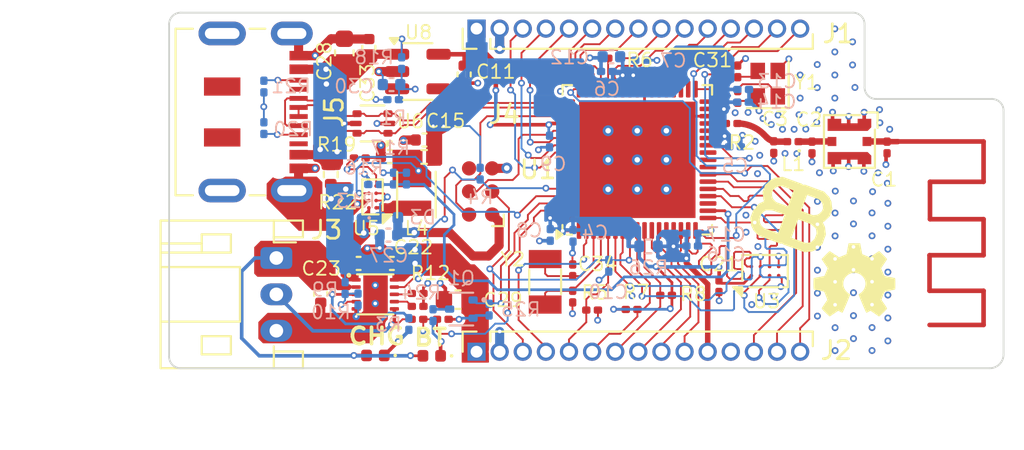
<source format=kicad_pcb>
(kicad_pcb (version 20240108) (generator "pcbnew") (generator_version "8.0")
  (layers (0 "F.Cu" signal) (1 "In1.Cu" signal) (2 "In2.Cu" signal) (31 "B.Cu" signal) (34 "B.Paste" user) (35 "F.Paste" user) (36 "B.SilkS" user "B.Silkscreen") (37 "F.SilkS" user "F.Silkscreen") (38 "B.Mask" user) (39 "F.Mask" user) (44 "Edge.Cuts" user))
  (net 0 "")
  (net 1 "GND")
  (net 2 "PP1800_ALW")
  (net 3 "PPVAR_SYS")
  (net 4 "PPVAR_BAT")
  (net 5 "/BLE_MCU/BT_PCB_ANT")
  (net 6 "PP3300_DBG")
  (net 7 "SWD_CLK")
  (net 8 "SWD_IO")
  (net 9 "RESETB")
  (net 10 "/BLE_MCU/BT_ANT_UFL")
  (net 11 "/BLE_MCU/BT_ANT_MTCH")
  (net 13 "PP3300_VDDUSB")
  (net 14 "/BLE_MCU/OSC32_OUT")
  (net 15 "PPVAR_VIN")
  (net 16 "VIN_SNS_ADC1_IN9")
  (net 17 "VBUS")
  (net 18 "Net-(U5-SW)")
  (net 19 "Net-(U4-~{CE})")
  (net 20 "Net-(U4-ILIM{slash}VSET)")
  (net 21 "Net-(U4-ISET)")
  (net 22 "BAT_CHRG_FACTORY")
  (net 23 "Net-(U5-VINSW)")
  (net 24 "VIN_SNS_EN")
  (net 26 "USB_D_N")
  (net 27 "FLT_CHG_L")
  (net 28 "USB_D_P")
  (net 30 "/BLE_MCU/OSC32_IN")
  (net 31 "I2C3_SCL")
  (net 32 "I2C3_SDA")
  (net 33 "SPI2_DEV_CS_L_PB12")
  (net 34 "SPI2_DEV_DC_PC6")
  (net 35 "SPI2_DEV_DO_STM_DI_PB14")
  (net 36 "SPI2_CLK_PB13")
  (net 37 "SPI2_STM_DO_DEV_DI_PB15")
  (net 38 "/POWER/CHGR_BAT_THERM")
  (net 39 "Net-(U8-EN)")
  (net 42 "/BLE_MCU/STM_RF")
  (net 43 "STM_LPUART_TXD_PA2")
  (net 44 "/BLE_MCU/OSC_IN")
  (net 45 "STM_SAI1_SCK_A")
  (net 46 "STM_WKUP2_PC13")
  (net 47 "ADC1_IN3")
  (net 48 "STM_LPUART_RXD_PB10")
  (net 49 "/BLE_MCU/OSC_OUT")
  (net 50 "STM_SAI1_SD_A")
  (net 51 "ADC1_IN5")
  (net 53 "ADC1_IN4")
  (net 54 "STM_SAI1_FS_A")
  (net 55 "Net-(D1-K)")
  (net 56 "/POWER/CHG_LED_GRN")
  (net 57 "Net-(U5-VOS)")
  (net 58 "QSPI_MEM_D1")
  (net 59 "QSPI_MEM_D3")
  (net 60 "QSPI_MEM_D0")
  (net 61 "QSPI_MEM_D2")
  (net 62 "QSPI_MEM_CS_L")
  (net 63 "QSPI_MEM_CLK")
  (net 64 "Net-(U1-PB13)")
  (net 71 "STM_BOOT0")
  (net 72 "PPVAR_ADC")
  (net 74 "GPIO_PC10")
  (net 75 "GPIO_PA15")
  (net 76 "GPIO_PC11")
  (net 77 "GPIO_PB0")
  (net 78 "GPIO_PB1")
  (net 79 "GPIO_PC4")
  (net 80 "Net-(D4-K)")
  (net 81 "Net-(Q1-D)")
  (net 82 "/BLE_MCU/BT_CONN_LED")
  (net 83 "GPIO_PE4")
  (net 84 "Net-(J5-CC2)")
  (net 86 "Net-(J5-CC1)")
  (footprint "Resistor_SMD:R_0201_0603Metric" (layer "F.Cu") (at 222.3 134.11 180)
    (property "Reference" "R2")
    (property "Value" "0R" (hide yes))
  )
  (footprint "Resistor_SMD:R_0201_0603Metric" (layer "F.Cu") (at 214.63 144.3736)
    (property "Reference" "R5")
    (property "Value" "10K" (hide yes))
  )
  (footprint "Capacitor_SMD:C_0201_0603Metric" (layer "F.Cu") (at 222.63 132.65 -90)
    (property "Reference" "C32" (hide yes))
    (property "Value" "8P" (hide yes))
  )
  (footprint "Capacitor_SMD:C_0402_1005Metric" (layer "F.Cu") (at 201.8004 141.8082)
    (property "Reference" "C24" (hide yes))
    (property "Value" "4.7UF" (hide yes))
  )
  (footprint "Package_BGA:Texas_DSBGA-8_0.705x1.468mm_Layout2x4_P0.4mm" (layer "F.Cu") (at 202.565 138.1506 180)
    (property "Reference" "U5")
    (property "Value" "TPS62746" (hide yes))
  )
  (footprint "Capacitor_SMD:C_0603_1608Metric" (layer "F.Cu") (at 207.264 143.8 180)
    (property "Reference" "C29")
    (property "Value" "4.7UF" (hide yes))
  )
  (footprint "Capacitor_SMD:C_0201_0603Metric" (layer "F.Cu") (at 226.71 135.43 -90)
    (property "Reference" "C2")
    (property "Value" "0.7PF" (hide yes))
  )
  (footprint "Diode_SMD:D_0402_1005Metric" (layer "F.Cu") (at 202.7225 146.87 180)
    (property "Reference" "D1" (hide yes))
    (property "Value" "LED" (hide yes))
  )
  (footprint "Resistor_SMD:R_0201_0603Metric" (layer "F.Cu") (at 218.694 143.5608 180)
    (property "Reference" "R8")
    (property "Value" "680R" (hide yes))
  )
  (footprint "Resistor_SMD:R_0201_0603Metric" (layer "F.Cu") (at 215.84 130.52)
    (property "Reference" "R6")
    (property "Value" "22R" (hide yes))
  )
  (footprint "Capacitor_SMD:C_0603_1608Metric" (layer "F.Cu") (at 201.0156 130.2258 90)
    (property "Reference" "C28")
    (property "Value" "4.7UF" (hide yes))
  )
  (footprint "Capacitor_SMD:C_0402_1005Metric" (layer "F.Cu") (at 205.42 135.02 180)
    (property "Reference" "C15")
    (property "Value" "4.7UF" (hide yes))
  )
  (footprint "Diode_SMD:D_0402_1005Metric" (layer "F.Cu") (at 205.82 146.89 180)
    (property "Reference" "D4" (hide yes))
    (property "Value" "LED" (hide yes))
  )
  (footprint "Symbol:OSHW-Logo_5.7x6mm_SilkScreen" (layer "F.Cu") (at 229.033726 143.712797)
    (property "Reference" "REF**" (hide yes))
    (property "Value" "OSHW-Logo_5.7x6mm_SilkScreen" (hide yes))
  )
  (footprint "Capacitor_SMD:C_0402_1005Metric" (layer "F.Cu") (at 207.6 131.41 -90)
    (property "Reference" "C11")
    (property "Value" "4.7UF" (hide yes))
  )
  (footprint "Connector_PinHeader_1.27mm:PinHeader_1x15_P1.27mm_Vertical" (layer "F.Cu") (at 208.28 128.894 90)
    (property "Reference" "J1")
    (property "Value" "Conn_01x15" (hide yes))
  )
  (footprint "Resistor_SMD:R_0201_0603Metric" (layer "F.Cu") (at 216.8 144.34)
    (property "Reference" "R7")
    (property "Value" "680R" (hide yes))
  )
  (footprint "Capacitor_SMD:C_0402_1005Metric" (layer "F.Cu") (at 203.51 135.93 180)
    (property "Reference" "C26" (hide yes))
    (property "Value" "10UF" (hide yes))
  )
  (footprint "Diode_SMD:D_0201_0603Metric" (layer "F.Cu") (at 225.66 135.11 180)
    (property "Reference" "L1")
    (property "Value" "2.2NH" (hide yes))
  )
  (footprint "Inductor_SMD:L_Murata_DFE201610P" (layer "F.Cu") (at 204.978 138.0236 90)
    (property "Reference" "L4")
    (property "Value" "2.2UH" (hide yes))
  )
  (footprint "Capacitor_SMD:C_0201_0603Metric" (layer "F.Cu") (at 221.6 143.06 -90)
    (property "Reference" "C21")
    (property "Value" "100NF" (hide yes))
  )
  (footprint "Resistor_SMD:R_0402_1005Metric" (layer "F.Cu") (at 205.4 135.95 180)
    (property "Reference" "R23" (hide yes))
    (property "Value" "0R" (hide yes))
  )
  (footprint "Capacitor_SMD:C_0201_0603Metric" (layer "F.Cu") (at 224.61 135.41 -90)
    (property "Reference" "C3")
    (property "Value" "0.7PF" (hide yes))
  )
  (footprint "Connector_JST:JST_PH_S3B-PH-K_1x03_P2.00mm_Horizontal" (layer "F.Cu") (at 197.2818 141.51 -90)
    (property "Reference" "J3")
    (property "Value" "BAT_SOCKET" (hide yes))
  )
  (footprint "user_antenna:nRF52_dongle_meander_F" (layer "F.Cu") (at 231.309 135.1008 -90)
    (property "Reference" "A1" (hide yes))
    (property "Value" "2.45GHz")
  )
  (footprint "Connector_PinHeader_1.27mm:PinHeader_1x15_P1.27mm_Vertical" (layer "F.Cu") (at 208.28 146.665 90)
    (property "Reference" "J2")
    (property "Value" "Conn_01x15" (hide yes))
  )
  (footprint "Package_CSP:WLCSP-8_1.551x2.284mm_P0.5mm" (layer "F.Cu") (at 224.13 142.23 90)
    (property "Reference" "U3")
    (property "Value" "AT25SL321-U" (hide yes))
  )
  (footprint "Resistor_SMD:R_0402_1005Metric" (layer "F.Cu") (at 200.27 136.92 -90)
    (property "Reference" "R22")
    (property "Value" "0R" (hide yes))
  )
  (footprint "Capacitor_SMD:C_0201_0603Metric" (layer "F.Cu") (at 213.5632 142.185 90)
    (property "Reference" "C34")
    (property "Value" "7P" (hide yes))
  )
  (footprint "Connector_USB:USB_C_Receptacle_JAE_DX07S016JA1R1500" (layer "F.Cu") (at 195.455 133.48 -90)
    (property "Reference" "J5")
    (property "Value" "USB_C_Plug_USB2.0" (hide yes))
  )
  (footprint "Connector:Tag-Connect_TC2030-IDC-NL_2x03_P1.27mm_Vertical" (layer "F.Cu") (at 208.505 137.85 90)
    (property "Reference" "J4")
    (property "Value" "Conn_ARM_SWD_TagConnect_TC2030-NL" (hide yes))
  )
  (footprint "Resistor_SMD:R_0201_0603Metric" (layer "F.Cu") (at 205.0436 144.1704 180)
    (property "Reference" "R11" (hide yes))
    (property "Value" "2.4K" (hide yes))
  )
  (footprint "Capacitor_SMD:C_0201_0603Metric" (layer "F.Cu") (at 222.63 131.245 90)
    (property "Reference" "C31")
    (property "Value" "8P" (hide yes))
  )
  (footprint "Resistor_SMD:R_0201_0603Metric" (layer "F.Cu") (at 205.0436 143.4592)
    (property "Reference" "R12")
    (property "Value" "600R" (hide yes))
  )
  (footprint "Crystal:Crystal_SMD_2016-4Pin_2.0x1.6mm" (layer "F.Cu") (at 224.28 131.92 90)
    (property "Reference" "Y1")
    (property "Value" "32MHz" (hide yes))
  )
  (footprint "Connector_Coaxial:CoaxialSwitch_Hirose_MS-156C3_Horizontal" (layer "F.Cu") (at 228.7684 135.1008 180)
    (property "Reference" "TP1" (hide yes))
    (property "Value" "MS-156C3" (hide yes))
  )
  (footprint "user_wson:Texas_DLH_WSON-10" (layer "F.Cu") (at 202.7148 143.51)
    (property "Reference" "U4" (hide yes))
    (property "Value" "BQ25185" (hide yes))
  )
  (footprint "Crystal:Crystal_SMD_3215-2Pin_3.2x1.5mm" (layer "F.Cu") (at 212.05 142.82 -90)
    (property "Reference" "Y2")
    (property "Value" "32.768k" (hide yes))
  )
  (footprint "Package_TO_SOT_SMD:SOT-666" (layer "F.Cu") (at 202.565 134.11 180)
    (property "Reference" "U6")
    (property "Value" "USBLC6-2P6" (hide yes))
  )
  (footprint "Package_TO_SOT_SMD:SOT-23-5" (layer "F.Cu") (at 205.0542 131.2531)
    (property "Reference" "U8")
    (property "Value" "TPS7A0533PDBV" (hide yes))
  )
  (footprint "Capacitor_SMD:C_0402_1005Metric" (layer "F.Cu") (at 202.3618 129.9464 90)
    (property "Reference" "C33")
    (property "Value" "1.0UF" (hide yes))
  )
  (footprint "Capacitor_SMD:C_0201_0603Metric" (layer "F.Cu") (at 230.8352 135.43 -90)
    (property "Reference" "C1")
    (property "Value" "0.7PF" (hide yes))
  )
  (footprint "Capacitor_SMD:C_0402_1005Metric" (layer "F.Cu") (at 203.6292 141.8082 180)
    (property "Reference" "C22")
    (property "Value" "1.0UF" (hide yes))
  )
  (footprint "Resistor_SMD:R_0201_0603Metric" (layer "F.Cu") (at 205.0334 144.8816 180)
    (property "Reference" "R14" (hide yes))
    (property "Value" "0R" (hide yes))
  )
  (footprint "Resistor_SMD:R_0201_0603Metric" (layer "F.Cu") (at 201.87 136.01)
    (property "Reference" "R19")
    (property "Value" "100K" (hide yes))
  )
  (footprint "Package_DFN_QFN:QFN-68-1EP_8x8mm_P0.4mm_EP6.4x6.4mm" (layer "F.Cu") (at 217.11 136.11 90)
    (property "Reference" "U1")
    (property "Value" "STM32WB55RGVx" (hide yes))
  )
  (footprint "Capacitor_SMD:C_0402_1005Metric" (layer "F.Cu") (at 199.7202 143.4846 -90)
    (property "Reference" "C23")
    (property "Value" "4.7UF" (hide yes))
  )
  (footprint "Capacitor_SMD:C_0201_0603Metric" (layer "F.Cu") (at 213.5632 143.6328 -90)
    (property "Reference" "C18" (hide yes))
    (property "Value" "7P" (hide yes))
  )
  (footprint "Resistor_SMD:R_0201_0603Metric" (layer "F.Cu") (at 206.4258 144.8816 180)
    (property "Reference" "R15" (hide yes))
    (property "Value" "0R" (hide yes))
  )
  (footprint "Resistor_SMD:R_0201_0603Metric" (layer "B.Cu") (at 203.7 132.8 180)
    (property "Reference" "R1")
    (property "Value" "100K" (hide yes))
  )
  (footprint "Capacitor_SMD:C_0201_0603Metric" (layer "B.Cu") (at 220.13 140.85)
    (property "Reference" "C16")
    (property "Value" "1UF" (hide yes))
  )
  (footprint "Capacitor_SMD:C_0402_1005Metric" (layer "B.Cu") (at 203.61 131.97 180)
    (property "Reference" "C30")
    (property "Value" "100N" (hide yes))
  )
  (footprint "Capacitor_SMD:C_0201_0603Metric" (layer "B.Cu") (at 222.92 132.94)
    (property "Reference" "C14")
    (property "Value" "100PF" (hide yes))
  )
  (footprint "Capacitor_SMD:C_0201_0603Metric" (layer "B.Cu") (at 212.33 140.24 -90)
    (property "Reference" "C8")
    (property "Value" "100NF" (hide yes))
  )
  (footprint "Capacitor_SMD:C_0201_0603Metric" (layer "B.Cu") (at 215.44 131.25 180)
    (property "Reference" "C6")
    (property "Value" "100NF" (hide yes))
  )
  (footprint "Capacitor_SMD:C_0201_0603Metric" (layer "B.Cu") (at 212.29 135.1 -90)
    (property "Reference" "C9")
    (property "Value" "100NF" (hide yes))
  )
  (footprint "Capacitor_SMD:C_0201_0603Metric" (layer "B.Cu") (at 222.93 132.24)
    (property "Reference" "C13")
    (property "Value" "100NF" (hide yes))
  )
  (footprint "Capacitor_SMD:C_0201_0603Metric" (layer "B.Cu") (at 213.58 140.29 -90)
    (property "Reference" "C4")
    (property "Value" "100NF" (hide yes))
  )
  (footprint "Resistor_SMD:R_0201_0603Metric" (layer "B.Cu") (at 208.48 136.87 -90)
    (property "Reference" "R4")
    (property "Value" "10K" (hide yes))
  )
  (footprint "Capacitor_SMD:C_0201_0603Metric" (layer "B.Cu") (at 220.13 140.15)
    (property "Reference" "C17")
    (property "Value" "100NF" (hide yes))
  )
  (footprint "Resistor_SMD:R_0201_0603Metric" (layer "B.Cu") (at 196.596 134.366 90)
    (property "Reference" "R20")
    (property "Value" "5.1K" (hide yes))
  )
  (footprint "Diode_SMD:D_0402_1005Metric" (layer "B.Cu") (at 203.47 139.3)
    (property "Reference" "D3")
    (property "Value" "BAT54LP" (hide yes))
  )
  (footprint "Package_TO_SOT_SMD:SOT-523" (layer "B.Cu") (at 207.445 144.32 180)
    (property "Reference" "Q1")
    (property "Value" "DMG1012T" (hide yes))
  )
  (footprint "Resistor_SMD:R_0201_0603Metric" (layer "B.Cu") (at 205.89 144.65 -90)
    (property "Reference" "R24")
    (property "Value" "420R" (hide yes))
  )
  (footprint "Resistor_SMD:R_0402_1005Metric" (layer "B.Cu") (at 217.7308 140.8684)
    (property "Reference" "R26")
    (property "Value" "0R" (hide yes))
  )
  (footprint "Resistor_SMD:R_0201_0603Metric" (layer "B.Cu") (at 204.1652 130.79 -90)
    (property "Reference" "R18")
    (property "Value" "1K" (hide yes))
  )
  (footprint "Capacitor_SMD:C_0201_0603Metric" (layer "B.Cu") (at 215.5444 141.9352 -90)
    (property "Reference" "C10")
    (property "Value" "100NF" (hide yes))
  )
  (footprint "Resistor_SMD:R_0201_0603Metric" (layer "B.Cu") (at 201.77 143.79 -90)
    (property "Reference" "R10")
    (property "Value" "0R" (hide yes))
  )
  (footprint "Resistor_SMD:R_0201_0603Metric" (layer "B.Cu") (at 201.6252 139.2936 180)
    (property "Reference" "R13")
    (property "Value" "0R" (hide yes))
  )
  (footprint "Resistor_SMD:R_0201_0603Metric" (layer "B.Cu") (at 196.596 132.08 -90)
    (property "Reference" "R21")
    (property "Value" "5.1K" (hide yes))
  )
  (footprint "Resistor_SMD:R_0201_0603Metric" (layer "B.Cu") (at 201.06 143.16 90)
    (property "Reference" "R9")
    (property "Value" "0R" (hide yes))
  )
  (footprint "Capacitor_SMD:C_0402_1005Metric" (layer "B.Cu") (at 203.44 140.25 180)
    (property "Reference" "C27")
    (property "Value" "1.0UF" (hide yes))
  )
  (footprint "Capacitor_SMD:C_0402_1005Metric" (layer "B.Cu") (at 215.69 130.44 180)
    (property "Reference" "C12")
    (property "Value" "4.7UF" (hide yes))
  )
  (footprint "Resistor_SMD:R_0201_0603Metric" (layer "B.Cu") (at 202.6517 137.47)
    (property "Reference" "R16")
    (property "Value" "1K" (hide yes))
  )
  (footprint "Capacitor_SMD:C_0201_0603Metric" (layer "B.Cu") (at 217.32 130.63)
    (property "Reference" "C7")
    (property "Value" "100NF" (hide yes))
  )
  (footprint "Capacitor_SMD:C_0201_0603Metric" (layer "B.Cu") (at 222.48 135.39)
    (property "Reference" "C5")
    (property "Value" "100NF" (hide yes))
  )
  (footprint "Resistor_SMD:R_0201_0603Metric" (layer "B.Cu") (at 208.97 144.35 -90)
    (property "Reference" "R25")
    (property "Value" "100K" (hide yes))
  )
  (footprint "Capacitor_SMD:C_0201_0603Metric" (layer "B.Cu") (at 204.4297 137.1398 90)
    (property "Reference" "C25" (hide yes))
    (property "Value" "100NF" (hide yes))
  )
  (footprint "Resistor_SMD:R_0201_0603Metric" (layer "B.Cu") (at 204.56 145.14 -90)
    (property "Reference" "R3")
    (property "Value" "420R" (hide yes))
  )
  (footprint "Resistor_SMD:R_0201_0603Metric" (layer "B.Cu") (at 203.7185 137.1398 90)
    (property "Reference" "R17")
    (property "Value" "10K" (hide yes))
  )
  (gr_arc (start 192.024 147.574) (mid 191.574987 147.388013) (end 191.389 146.939) (stroke (width 0.1)) (layer "Edge.Cuts"))
  (gr_arc (start 237.236 146.812009) (mid 237.012808 147.350819) (end 236.473993 147.574) (stroke (width 0.1)) (layer "Edge.Cuts"))
  (gr_line (start 237.236 146.812) (end 237.236 133.399) (stroke (width 0.1)) (layer "Edge.Cuts"))
  (gr_arc (start 228.965 128.016) (mid 229.414013 128.201987) (end 229.6 128.651) (stroke (width 0.1)) (layer "Edge.Cuts"))
  (gr_arc (start 191.389 128.651) (mid 191.574987 128.201987) (end 192.024 128.016) (stroke (width 0.1)) (layer "Edge.Cuts"))
  (gr_line (start 191.389 128.651) (end 191.389 146.939) (stroke (width 0.1)) (layer "Edge.Cuts"))
  (gr_arc (start 236.601 132.764) (mid 237.050013 132.949987) (end 237.236 133.399) (stroke (width 0.1)) (layer "Edge.Cuts"))
  (gr_arc (start 230.235 132.764) (mid 229.785987 132.578013) (end 229.6 132.129) (stroke (width 0.1)) (layer "Edge.Cuts"))
  (gr_line (start 229.6 132.129) (end 229.6 128.651) (stroke (width 0.1)) (layer "Edge.Cuts"))
  (gr_line (start 236.601 132.764) (end 230.235 132.764) (stroke (width 0.1)) (layer "Edge.Cuts"))
  (gr_line (start 192.024 147.574) (end 236.473993 147.574) (stroke (width 0.1)) (layer "Edge.Cuts"))
  (gr_line (start 192.024 128.016) (end 228.965 128.016) (stroke (width 0.1)) (layer "Edge.Cuts"))
  (gr_text "B" (at 225.84 141.19 340) (layer "F.SilkS") (effects (font (size 3 3) (thickness 0.5) (bold yes)) (justify left bottom mirror)))
  (gr_text "B" (at 224.15 140.56 340) (layer "F.SilkS") (effects (font (size 3 3) (thickness 0.5) (bold yes)) (justify left bottom)))
  (gr_text "BT" (at 204.74 146.4056 0) (layer "F.SilkS") (effects (font (size 0.9 1) (thickness 0.2) (bold yes)) (justify left bottom)))
  (gr_text "CHG" (at 201.14 146.34 0) (layer "F.SilkS") (effects (font (size 0.9 1) (thickness 0.2) (bold yes)) (justify left bottom)))
  (segment (start 229.4842 134.2858) (end 229.59 134.18) (width 0.2) (layer "F.Cu") (net 1))
  (segment (start 228.727 133.723) (end 228.73 133.72) (width 0.2) (layer "F.Cu") (net 1))
  (segment (start 225.43 130.56) (end 224.84 131.15) (width 0.102) (layer "F.Cu") (net 1))
  (segment (start 206.565 143.8) (end 206.565 143.175002) (width 0.2) (layer "F.Cu") (net 1))
  (segment (start 202.99 135.35) (end 203.03 135.31) (width 0.102) (layer "F.Cu") (net 1))
  (segment (start 199.4142 130.3782) (end 199.4154 130.377) (width 0.5) (layer "F.Cu") (net 1))
  (segment (start 225.44 130.56) (end 225.43 130.56) (width 0.102) (layer "F.Cu") (net 1))
  (segment (start 228.727 136.473) (end 228.72 136.48) (width 0.2) (layer "F.Cu") (net 1))
  (segment (start 205.3636 144.1704) (end 205.3636 143.4592) (width 0.15) (layer "F.Cu") (net 1))
  (segment (start 206.7458 144.0716) (end 206.4636 143.7894) (width 0.102) (layer "F.Cu") (net 1))
  (segment (start 227.82 134.21) (end 227.84 134.19) (width 0.2) (layer "F.Cu") (net 1))
  (segment (start 199.3658 130.377) (end 198.503 130.377) (width 0.5) (layer "F.Cu") (net 1))
  (segment (start 223 130.54) (end 223.06 130.54) (width 0.15) (layer "F.Cu") (net 1))
  (segment (start 224.84 131.253) (end 224.84 131.23) (width 0.102) (layer "F.Cu") (net 1))
  (segment (start 203.49 134.11) (end 202.809998 134.11) (width 0.2) (layer "F.Cu") (net 1))
  (segment (start 204.94 135.02) (end 204.28 135.02) (width 0.5) (layer "F.Cu") (net 1))
  (segment (start 198.503 129.532) (end 198.128 129.157) (width 0.5) (layer "F.Cu") (net 1))
  (segment (start 229.56 136.08) (end 229.56 136.74) (width 0.2) (layer "F.Cu") (net 1))
  (segment (start 214.9348 144.9324) (end 214.95 144.9172) (width 0.102) (layer "F.Cu") (net 1))
  (segment (start 223.478 132.653) (end 223.478 132.692) (width 0.102) (layer "F.Cu") (net 1))
  (segment (start 228.727 135.9158) (end 229.3958 135.9158) (width 0.2) (layer "F.Cu") (net 1))
  (segment (start 226.71 136.22) (end 226.71 135.75) (width 0.2) (layer "F.Cu") (net 1))
  (segment (start 199.7202 144.7546) (end 199.6948 144.78) (width 0.102) (layer "F.Cu") (net 1))
  (segment (start 228.727 134.2858) (end 229.4842 134.2858) (width 0.2) (layer "F.Cu") (net 1))
  (segment (start 227.84 134.19) (end 227.84 133.49) (width 0.2) (layer "F.Cu") (net 1))
  (segment (start 201.0312 129.4664) (end 201.0156 129.4508) (width 0.5) (layer "F.Cu") (net 1))
  (segment (start 227.8958 134.2858) (end 227.82 134.21) (width 0.2) (layer "F.Cu") (net 1))
  (segment (start 224.88 141.98) (end 224.88 141.41) (width 0.102) (layer "F.Cu") (net 1))
  (segment (start 228.0142 135.9158) (end 227.87 136.06) (width 0.2) (layer "F.Cu") (net 1))
  (segment (start 201.0156 129.4508) (end 200.292 129.4508) (width 0.5) (layer "F.Cu") (net 1))
  (segment (start 198.503 136.577) (end 198.503 137.422) (width 0.5) (layer "F.Cu") (net 1))
  (segment (start 201.6648 144.31) (end 201.6648 144.729198) (width 0.2) (layer "F.Cu") (net 1))
  (segment (start 213.5028 144) (end 213.55 143.9528) (width 0.102) (layer "F.Cu") (net 1))
  (segment (start 229.3958 135.9158) (end 229.56 136.08) (width 0.2) (layer "F.Cu") (net 1))
  (segment (start 228.727 135.9158) (end 228.727 136.473) (width 0.2) (layer "F.Cu") (net 1))
  (segment (start 219.51 133.71) (end 217.11 136.11) (width 0.102) (layer "F.Cu") (net 1))
  (segment (start 228.727 134.2858) (end 227.8958 134.2858) (width 0.2) (layer "F.Cu") (net 1))
  (segment (start 229.59 134.18) (end 229.58 134.17) (width 0.2) (layer "F.Cu") (net 1))
  (segment (start 227.87 136.71) (end 227.88 136.72) (width 0.2) (layer "F.Cu") (net 1))
  (segment (start 224.84 131.23) (end 224.83 131.22) (width 0.102) (layer "F.Cu") (net 1))
  (segment (start 217.51 132.2225) (end 217.51 135.71) (width 0.15) (layer "F.Cu") (net 1))
  (segment (start 205.3636 143.4592) (end 205.3636 143.13641) (width 0.15) (layer "F.Cu") (net 1))
  (segment (start 202.19 136.01) (end 202.95 136.01) (width 0.102) (layer "F.Cu") (net 1))
  (segment (start 222.63 130.925) (end 222.63 130.91) (width 0.15) (layer "F.Cu") (net 1))
  (segment (start 209.55 128.894) (end 209.55 129.93) (width 0.5) (layer "F.Cu") (net 1))
  (segment (start 214.95 144.9172) (end 214.95 144.3736) (width 0.102) (layer "F.Cu") (net 1))
  (segment (start 221.61 143.39) (end 221.61 143.86) (width 0.102) (layer "F.Cu") (net 1))
  (segment (start 199.4142 136.577) (end 199.4154 136.5758) (width 0.5) (layer "F.Cu") (net 1))
  (segment (start 201.6648 144.7292) (end 201.6648 144.729198) (width 0.102) (layer "F.Cu") (net 1))
  (segment (start 198.503 137.422) (end 198.128 137.797) (width 0.5) (layer "F.Cu") (net 1))
  (segment (start 198.503 130.377) (end 198.503 129.532) (width 0.5) (layer "F.Cu") (net 1))
  (segment (start 204.28 135.02) (end 204.26 135.04) (width 0.5) (layer "F.Cu") (net 1))
  (segment (start 203.03 135.31) (end 203.03 135.93) (width 0.5) (layer "F.Cu") (net 1))
  (segment (start 228.727 134.2858) (end 228.727 133.723) (width 0.2) (layer "F.Cu") (net 1))
  (segment (start 207.4016 144.8816) (end 207.3148 144.8816) (width 0.102) (layer "F.Cu") (net 1))
  (segment (start 202.95 136.01) (end 203.03 135.93) (width 0.102) (layer "F.Cu") (net 1))
  (segment (start 224.61 136.18) (end 224.61 135.73) (width 0.2) (layer "F.Cu") (net 1))
  (segment (start 227.87 136.06) (end 227.87 136.71) (width 0.2) (layer "F.Cu") (net 1))
  (segment (start 199.7202 143.9646) (end 199.7202 144.7546) (width 0.5) (layer "F.Cu") (net 1))
  (segment (start 198.503 136.577) (end 199.4142 136.577) (width 0.5) (layer "F.Cu") (net 1))
  (segment (start 213.55 143.9528) (end 213.55 144.66) (width 0.102) (layer "F.Cu") (net 1))
  (segment (start 202.2804 141.8082) (end 202.2804 140.98) (width 0.102) (layer "F.Cu") (net 1))
  (segment (start 230.78 136.36) (end 230.77 136.37) (width 0.2) (layer "F.Cu") (net 1))
  (segment (start 230.78 135.75) (end 230.78 136.36) (width 0.2) (layer "F.Cu") (net 1))
  (segment (start 203.1492 141.1478) (end 202.96 140.9586) (width 0.102) (layer "F.Cu") (net 1))
  (segment (start 205.3636 143.13641) (end 205.60001 142.9) (width 0.15) (layer "F.Cu") (net 1))
  (segment (start 202.3618 129.4664) (end 201.0312 129.4664) (width 0.5) (layer "F.Cu") (net 1))
  (segment (start 198.503 130.3782) (end 199.4142 130.3782) (width 0.5) (layer "F.Cu") (net 1))
  (segment (start 209.14 136.58) (end 209.925232 136.58) (width 0.5) (layer "F.Cu") (net 1))
  (segment (start 223.8 133.41) (end 223.73 133.34) (width 0.2) (layer "F.Cu") (net 1))
  (segment (start 217.51 135.71) (end 217.11 136.11) (width 0.102) (layer "F.Cu") (net 1))
  (segment (start 228.727 135.9158) (end 228.0142 135.9158) (width 0.2) (layer "F.Cu") (net 1))
  (segment (start 207.6 131.89) (end 208.35 131.89) (width 0.2) (layer "F.Cu") (net 1))
  (segment (start 209.925232 136.58) (end 209.942141 136.563091) (width 0.5) (layer "F.Cu") (net 1))
  (segment (start 229.58 134.17) (end 229.58 133.49) (width 0.2) (layer "F.Cu") (net 1))
  (segment (start 222.62 132.87) (end 223.42 132.87) (width 0.102) (layer "F.Cu") (net 1))
  (segment (start 220.9975 133.71) (end 219.51 133.71) (width 0.15) (layer "F.Cu") (net 1))
  (segment (start 223.42 132.87) (end 223.74 132.55) (width 0.102) (layer "F.Cu") (net 1))
  (segment (start 203.1492 141.8082) (end 203.1492 141.1478) (width 0.102) (layer "F.Cu") (net 1))
  (segment (start 206.565 143.175002) (end 206.279998 142.89) (width 0.2) (layer "F.Cu") (net 1))
  (segment (start 202.9093 131.2531) (end 203.9167 131.2531) (width 0.5) (layer "F.Cu") (net 1))
  (segment (start 200.292 129.4508) (end 199.3658 130.377) (width 0.5) (layer "F.Cu") (net 1))
  (segment (start 213.55 141.865) (end 213.55 141.24) (width 0.102) (layer "F.Cu") (net 1))
  (segment (start 222.63 130.91) (end 223 130.54) (width 0.15) (layer "F.Cu") (net 1))
  (segment (start 221.6 143.38) (end 221.61 143.39) (width 0.102) (layer "F.Cu") (net 1))
  (segment (start 223.73 133.34) (end 223.73 132.62) (width 0.2) (layer "F.Cu") (net 1))
  (segment (start 206.7458 144.8816) (end 207.4016 144.8816) (width 0.15) (layer "F.Cu") (net 1))
  (via (at 227.99 137.83) (size 0.375) (drill 0.2) (layers "F.Cu" "B.Cu") (net 1))
  (via (at 227.01 140.918334) (size 0.375) (drill 0.2) (layers "F.Cu" "B.Cu") (net 1))
  (via (at 215.51 134.509) (size 0.6) (drill 0.3) (layers "F.Cu" "B.Cu") (net 1))
  (via (at 230.01 139.03) (size 0.375) (drill 0.2) (layers "F.Cu" "B.Cu") (net 1))
  (via (at 230.01 144.076664) (size 0.375) (drill 0.2) (layers "F.Cu" "B.Cu") (net 1))
  (via (at 230.98 134.43) (size 0.375) (drill 0.2) (layers "F.Cu" "B.Cu") (net 1))
  (via (at 226 133.63) (size 0.375) (drill 0.2) (layers "F.Cu" "B.Cu") (net 1))
  (via (at 215.51 137.7348) (size 0.6) (drill 0.3) (layers "F.Cu" "B.Cu") (net 1))
  (via (at 217.11 137.7348) (size 0.6) (drill 0.3) (layers "F.Cu" "B.Cu") (net 1))
  (via (at 228.72 136.48) (size 0.375) (drill 0.2) (layers "F.Cu" "B.Cu") (net 1))
  (via (at 230.88 143.546664) (size 0.375) (drill 0.2) (layers "F.Cu" "B.Cu") (net 1))
  (via (at 225.44 130.56) (size 0.375) (drill 0.2) (layers "F.Cu" "B.Cu") (net 1))
  (via (at 227.965 128.905) (size 0.375) (drill 0.2) (layers "F.Cu" "B.Cu") (net 1))
  (via (at 202.96 140.9586) (size 0.375) (drill 0.2) (layers "F.Cu" "B.Cu") (net 1))
  (via (at 226.97 134.05) (size 0.375) (drill 0.2) (layers "F.Cu" "B.Cu") (net 1))
  (via (at 203.03 135.31) (size 0.4) (drill 0.15) (layers "F.Cu" "B.Cu") (net 1))
  (via (at 226.71 136.22) (size 0.375) (drill 0.2) (layers "F.Cu" "B.Cu") (net 1))
  (via (at 230.88 138.5) (size 0.375) (drill 0.2) (layers "F.Cu" "B.Cu") (net 1))
  (via (at 223.080322 139.1525) (size 0.375) (drill 0.2) (layers "F.Cu" "B.Cu") (net 1))
  (via (at 227.01 138.395002) (size 0.375) (drill 0.2) (layers "F.Cu" "B.Cu") (net 1))
  (via (at 209.55 145.55) (size 0.375) (drill 0.2) (layers "F.Cu" "B.Cu") (net 1))
  (via (at 224.85 133.65) (size 0.375) (drill 0.2) (layers "F.Cu" "B.Cu") (net 1))
  (via (at 222.89 134.76) (size 0.375) (drill 0.2) (layers "F.Cu" "B.Cu") (net 1))
  (via (at 227 130.87) (size 0.375) (drill 0.2) (layers "F.Cu" "B.Cu") (net 1))
  (via (at 228.99 143.419996) (size 0.375) (drill 0.2) (layers "F.Cu" "B.Cu") (net 1))
  (via (at 224.88 141.41) (size 0.375) (drill 0.2) (layers "F.Cu" "B.Cu") (net 1))
  (via (at 209.55 129.99) (size 0.6) (drill 0.3) (layers "F.Cu" "B.Cu") (net 1))
  (via (at 230.88 141.023332) (size 0.375) (drill 0.2) (layers "F.Cu" "B.Cu") (net 1))
  (via (at 227.965 130.175) (size 0.375) (drill 0.2) (layers "F.Cu" "B.Cu") (net 1))
  (via (at 221.16 139.99) (size 0.375) (drill 0.2) (layers "F.Cu" "B.Cu") (net 1))
  (via (at 201.6648 144.7292) (size 0.4) (drill 0.15) (layers "F.Cu" "B.Cu") (net 1))
  (via (at 217.11 134.509) (size 0.6) (drill 0.3) (layers "F.Cu" "B.Cu") (net 1))
  (via (at 223.4 144.07) (size 0.375) (drill 0.2) (layers "F.Cu" "B.Cu") (net 1))
  (via (at 227.88 136.72) (size 0.375) (drill 0.2) (layers "F.Cu" "B.Cu") (net 1))
  (via (at 223.06 130.54) (size 0.375) (drill 0.2) (layers "F.Cu" "B.Cu") (net 1))
  (via (at 228.99 145.943332) (size 0.375) (drill 0.2) (layers "F.Cu" "B.Cu") (net 1))
  (via (at 227 132.14) (size 0.375) (drill 0.2) (layers "F.Cu" "B.Cu") (net 1))
  (via (at 203.16 136.8198) (size 0.375) (drill 0.2) (layers "F.Cu" "B.Cu") (net 1))
  (via (at 224.62 143.6) (size 0.375) (drill 0.2) (layers "F.Cu" "B.Cu") (net 1))
  (via (at 201.73 138.54) (size 0.375) (drill 0.2) (layers "F.Cu" "B.Cu") (net 1))
  (via (at 214.51 130.5) (size 0.375) (drill 0.2) (layers "F.Cu" "B.Cu") (net 1))
  (via (at 230.88 144.80833) (size 0.375) (drill 0.2) (layers "F.Cu" "B.Cu") (net 1))
  (via (at 230.77 136.37) (size 0.375) (drill 0.2) (layers "F.Cu" "B.Cu") (net 1))
  (via (at 208.35 131.89) (size 0.375) (drill 0.2) (layers "F.Cu" "B.Cu") (net 1))
  (via (at 223.84 135.86) (size 0.375) (drill 0.2) (layers "F.Cu" "B.Cu") (net 1))
  (via (at 221.61 143.86) (size 0.375) (drill 0.2) (layers "F.Cu" "B.Cu") (net 1))
  (via (at 230.01 145.33833) (size 0.375) (drill 0.2) (layers "F.Cu" "B.Cu") (net 1))
  (via (at 205.60001 142.9) (size 0.375) (drill 0.2) (layers "F.Cu" "B.Cu") (net 1))
  (via (at 226.06 131.445) (size 0.375) (drill 0.2) (layers "F.Cu" "B.Cu") (net 1))
  (via (at 227.98 141.558334) (size 0.375) (drill 0.2) (layers "F.Cu" "B.Cu") (net 1))
  (via (at 226.37 134.42) (size 0.375) (drill 0.2) (layers "F.Cu" "B.Cu") (net 1))
  (via (at 230.88 146.07) (size 0.375) (drill 0.2) (layers "F.Cu" "B.Cu") (net 1))
  (via (at 202.809998 134.11) (size 0.375) (drill 0.2) (layers "F.Cu" "B.Cu") (net 1))
  (via (at 227.98 146.605002) (size 0.375) (drill 0.2) (layers "F.Cu" "B.Cu") (net 1))
  (via (at 228.73 133.72) (size 0.375) (drill 0.2) (layers "F.Cu" "B.Cu") (net 1))
  (via (at 224.61 136.18) (size 0.375) (drill 0.2) (layers "F.Cu" "B.Cu") (net 1))
  (via (at 229.07 132.13) (size 0.375) (drill 0.2) (layers "F.Cu" "B.Cu") (net 1))
  (via (at 206.279998 142.89) (size 0.375) (drill 0.2) (layers "F.Cu" "B.Cu") (net 1))
  (via (at 227.01 142.18) (size 0.375) (drill 0.2) (layers "F.Cu" "B.Cu") (net 1))
  (via (at 215.51 136.1092) (size 0.6) (drill 0.3) (layers "F.Cu" "B.Cu") (net 1))
  (via (at 230.88 139.761666) (size 0.375) (drill 0.2) (layers "F.Cu" "B.Cu") (net 1))
  (via (at 202.2804 140.98) (size 0.375) (drill 0.2) (layers "F.Cu" "B.Cu") (net 1))
  (via (at 216.82 143.59) (size 0.375) (drill 0.2) (layers "F.Cu" "B.Cu") (net 1))
  (via (at 204.26 135.04) (size 0.4) (drill 0.15) (layers "F.Cu" "B.Cu") (net 1))
  (via (at 227.08 133.36) (size 0.375) (drill 0.2) (layers "F.Cu" "B.Cu") (net 1))
  (via (at 227.965 131.445) (size 0.375) (drill 0.2) (layers "F.Cu" "B.Cu") (net 1))
  (via (at 228.94 129.62) (size 0.375) (drill 0.2) (layers "F.Cu" "B.Cu") (net 1))
  (via (at 199.4154 130.377) (size 0.375) (drill 0.2) (layers "F.Cu" "B.Cu") (net 1))
  (via (at 229.56 136.74) (size 0.375) (drill 0.2) (layers "F.Cu" "B.Cu") (net 1))
  (via (at 230.01 140.291666) (size 0.375) (drill 0.2) (layers "F.Cu" "B.Cu") (net 1))
  (via (at 225.23 135.76) (size 0.375) (drill 0.2) (layers "F.Cu" "B.Cu") (net 1))
  (via (at 223.2 133.5) (size 0.375) (drill 0.2) (layers "F.Cu" "B.Cu") (net 1))
  (via (at 227.01 139.656668) (size 0.375) (drill 0.2) (layers "F.Cu" "B.Cu") (net 1))
  (via (at 228.94 130.89) (size 0.375) (drill 0.2) (layers "F.Cu" "B.Cu") (net 1))
  (via (at 218.71 134.509) (size 0.6) (drill 0.3) (layers "F.Cu" "B.Cu") (net 1))
  (via (at 202.75 132.79) (size 0.375) (drill 0.2) (layers "F.Cu" "B.Cu") (net 1))
  (via (at 225.73 134.43) (size 0.375) (drill 0.2) (layers "F.Cu" "B.Cu") (net 1))
  (via (at 230.88 142.284998) (size 0.375) (drill 0.2) (layers "F.Cu" "B.Cu") (net 1))
  (via (at 227.01 144.703332) (size 0.375) (drill 0.2) (layers "F.Cu" "B.Cu") (net 1))
  (via (at 227.98 144.081666) (size 0.375) (drill 0.2) (layers "F.Cu" "B.Cu") (net 1))
  (via (at 230.85 137.4) (size 0.375) (drill 0.2) (layers "F.Cu" "B.Cu") (net 1))
  (via (at 227.84 133.49) (size 0.375) (drill 0.2) (layers "F.Cu" "B.Cu") (net 1))
  (via (at 209.942141 136.563091) (size 0.6) (drill 0.3) (layers "F.Cu" "B.Cu") (net 1))
  (via (at 207.3148 144.8816) (size 0.375) (drill 0.2) (layers "F.Cu" "B.Cu") (net 1))
  (via (at 217.11 136.1092) (size 0.6) (drill 0.3) (layers "F.Cu" "B.Cu") (net 1))
  (via (at 225.88 135.77) (size 0.375) (drill 0.2) (layers "F.Cu" "B.Cu") (net 1))
  (via (at 230.01 146.6) (size 0.375) (drill 0.2) (layers "F.Cu" "B.Cu") (net 1))
  (via (at 227.98 145.343332) (size 0.375) (drill 0.2) (layers "F.Cu" "B.Cu") (net 1))
  (via (at 227.01 143.441666) (size 0.375) (drill 0.2) (layers "F.Cu" "B.Cu") (net 1))
  (via (at 211.68 135.56) (size 0.375) (drill 0.2) (layers "F.Cu" "B.Cu") (net 1))
  (via (at 228.99 139.634998) (size 0.375) (drill 0.2) (layers "F.Cu" "B.Cu") (net 1))
  (via (at 224.47 134.17) (size 0.375) (drill 0.2) (layers "F.Cu" "B.Cu") (net 1))
  (via (at 229.58 133.49) (size 0.375) (drill 0.2) (layers "F.Cu" "B.Cu") (net 1))
  (via (at 227.98 142.82) (size 0.375) (drill 0.2) (layers "F.Cu" "B.Cu") (net 1))
  (via (at 230.44 134.07) (size 0.375) (drill 0.2) (layers "F.Cu" "B.Cu") (net 1))
  (via (at 218.71 136.1092) (size 0.6) (drill 0.3) (layers "F.Cu" "B.Cu") (net 1))
  (via (at 224.02 133.84) (size 0.375) (drill 0.2) (layers "F.Cu" "B.Cu") (net 1))
  (via (at 228.99 144.681662) (size 0.375) (drill 0.2) (layers "F.Cu" "B.Cu") (net 1))
  (via (at 230.42 133.35) (size 0.375) (drill 0.2) (layers "F.Cu" "B.Cu") (net 1))
  (via (at 230.04 137.86) (size 0.375) (drill 0.2) (layers "F.Cu" "B.Cu") (net 1))
  (via (at 223.72 136.87) (size 0.375) (drill 0.2) (layers "F.Cu" "B.Cu") (net 1))
  (via (at 227.98 139.035002) (size 0.375) (drill 0.2) (layers "F.Cu" "B.Cu") (net 1))
  (via (at 230.01 142.814998) (size 0.375) (drill 0.2) (layers "F.Cu" "B.Cu") (net 1))
  (via (at 227.98 140.296668) (size 0.375) (drill 0.2) (layers "F.Cu" "B.Cu") (net 1))
  (via (at 228.99 138.373332) (size 0.375) (drill 0.2) (layers "F.Cu" "B.Cu") (net 1))
  (via (at 218.19 130.64) (size 0.375) (drill 0.2) (layers "F.Cu" "B.Cu") (net 1))
  (via (at 223.59 135.09) (size 0.375) (drill 0.2) (layers "F.Cu" "B.Cu") (net 1))
  (via (at 213.55 141.24) (size 0.375) (drill 0.2) (layers "F.Cu" "B.Cu") (net 1))
  (via (at 211.74 140.57) (size 0.375) (drill 0.2) (layers "F.Cu" "B.Cu") (net 1))
  (via (at 230.34 136.83) (size 0.375) (drill 0.2) (layers "F.Cu" "B.Cu") (net 1))
  (via (at 223.09 140.09) (size 0.375) (drill 0.2) (layers "F.Cu" "B.Cu") (net 1))
  (via (at 223.8 133.41) (size 0.375) (drill 0.2) (layers "F.Cu" "B.Cu") (net 1))
  (via (at 202.9093 131.2531) (size 0.375) (drill 0.2) (layers "F.Cu" "B.Cu") (net 1))
  (via (at 228.99 142.15833) (size 0.375) (drill 0.2) (layers "F.Cu" "B.Cu") (net 1))
  (via (at 228.99 140.896664) (size 0.375) (drill 0.2) (layers "F.Cu" "B.Cu") (net 1))
  (via (at 227.965 132.715) (size 0.375) (drill 0.2) (layers "F.Cu" "B.Cu") (net 1))
  (via (at 218.71 137.7348) (size 0.6) (drill 0.3) (layers "F.Cu" "B.Cu") (net 1))
  (via (at 213.55 144.57) (size 0.375) (drill 0.2) (layers "F.Cu" "B.Cu") (net 1))
  (via (at 227.12 136.82) (size 0.375) (drill 0.2) (layers "F.Cu" "B.Cu") (net 1))
  (via (at 230.01 141.553332) (size 0.375) (drill 0.2) (layers "F.Cu" "B.Cu") (net 1))
  (via (at 222.49 133.52) (size 0.375) (drill 0.2) (layers "F.Cu" "B.Cu") (net 1))
  (via (at 212.89 132.34) (size 0.375) (drill 0.2) (layers "F.Cu" "B.Cu") (net 1))
  (via (at 199.4154 136.5758) (size 0.375) (drill 0.2) (layers "F.Cu" "B.Cu") (net 1))
  (via (at 223.74 140.88) (size 0.375) (drill 0.2) (layers "F.Cu" "B.Cu") (net 1))
  (via (at 226.06 132.715) (size 0.375) (drill 0.2) (layers "F.Cu" "B.Cu") (net 1))
  (via (at 214.9348 144.9324) (size 0.375) (drill 0.2) (layers "F.Cu" "B.Cu") (net 1))
  (via (at 225.09 134.43) (size 0.375) (drill 0.2) (layers "F.Cu" "B.Cu") (net 1))
  (via (at 215.011 142.7226) (size 0.375) (drill 0.2) (layers "F.Cu" "B.Cu") (net 1))
  (via (at 196.59 133.19) (size 0.375) (drill 0.2) (layers "F.Cu" "B.Cu") (net 1))
  (segment (start 202.76 132.8) (end 202.75 132.79) (width 0.102) (layer "B.Cu") (net 1))
  (segment (start 218.18 130.63) (end 217.64 130.63) (width 0.15) (layer "B.Cu") (net 1))
  (segment (start 213.58 140.61) (end 213.58 141.21) (width 0.2) (layer "B.Cu") (net 1))
  (segment (start 212.33 140.56) (end 211.75 140.56) (width 0.2) (layer "B.Cu") (net 1))
  (segment (start 203.38 132.8) (end 202.76 132.8) (width 0.102) (layer "B.Cu") (net 1))
  (segment (start 204.4297 136.8198) (end 203.7185 136.8198) (width 0.102) (layer "B.Cu") (net 1))
  (segment (start 223.25 132.93) (end 223.24 132.94) (width 0.102) (layer "B.Cu") (net 1))
  (segment (start 218.19 130.64) (end 218.18 130.63) (width 0.15) (layer "B.Cu") (net 1))
  (segment (start 201.7776 144.0078) (end 201.7776 144.6164) (width 0.102) (layer "B.Cu") (net 1))
  (segment (start 215.15 130.5) (end 214.51 130.5) (width 0.2) (layer "B.Cu") (net 1))
  (segment (start 207.3148 144.8816) (end 207.3764 144.82) (width 0.15) (layer "B.Cu") (net 1))
  (segment (start 213.58 141.21) (end 213.55 141.24) (width 0.2) (layer "B.Cu") (net 1))
  (segment (start 223.24 132.94) (end 223.33 132.94) (width 0.2) (layer "B.Cu") (net 1))
  (segment (start 215.12 130.53) (end 215.21 130.44) (width 0.2) (layer "B.Cu") (net 1))
  (segment (start 211.75 140.56) (end 211.74 140.57) (width 0.2) (layer "B.Cu") (net 1))
  (segment (start 215.077 142.7226) (end 215.5444 142.2552) (width 0.102) (layer "B.Cu") (net 1))
  (segment (start 212.24 135.42) (end 211.82 135.42) (width 0.15) (layer "B.Cu") (net 1))
  (segment (start 207.3764 144.82) (end 208.09 144.82) (width 0.15) (layer "B.Cu") (net 1))
  (segment (start 215.011 142.7226) (end 215.077 142.7226) (width 0.102) (layer "B.Cu") (net 1))
  (segment (start 208.97 144.67) (end 208.24 144.67) (width 0.15) (layer "B.Cu") (net 1))
  (segment (start 222.8 135.39) (end 222.8 134.85) (width 0.2) (layer "B.Cu") (net 1))
  (segment (start 220.45 140.85) (end 220.45 140.15) (width 0.3) (layer "B.Cu") (net 1))
  (segment (start 201.7776 144.6164) (end 201.6648 144.7292) (width 0.102) (layer "B.Cu") (net 1))
  (segment (start 209.55 146.665) (end 209.55 145.55) (width 0.5) (layer "B.Cu") (net 1))
  (segment (start 196.596 134.046) (end 196.596 132.4) (width 0.102) (layer "B.Cu") (net 1))
  (segment (start 203.7185 136.8198) (end 203.16 136.8198) (width 0.102) (layer "B.Cu") (net 1))
  (segment (start 202.96 140.9586) (end 202.96 140.25) (width 0.5) (layer "B.Cu") (net 1))
  (segment (start 223.33 132.94) (end 223.8 133.41) (width 0.2) (layer "B.Cu") (net 1))
  (segment (start 221.16 139.99) (end 221 140.15) (width 0.3) (layer "B.Cu") (net 1))
  (segment (start 215.12 131.25) (end 215.12 130.53) (width 0.2) (layer "B.Cu") (net 1))
  (segment (start 223.25 132.24) (end 223.25 132.93) (width 0.2) (layer "B.Cu") (net 1))
  (segment (start 208.24 144.67) (end 208.09 144.82) (width 0.15) (layer "B.Cu") (net 1))
  (segment (start 209.55 128.894) (end 209.55 129.99) (width 0.5) (layer "B.Cu") (net 1))
  (segment (start 215.21 130.44) (end 215.15 130.5) (width 0.2) (layer "B.Cu") (net 1))
  (segment (start 203.1264 132.2324) (end 203.1264 131.4702) (width 0.102) (layer "B.Cu") (net 1))
  (segment (start 211.82 135.42) (end 211.68 135.56) (width 0.15) (layer "B.Cu") (net 1))
  (segment (start 222.8 134.85) (end 222.89 134.76) (width 0.2) (layer "B.Cu") (net 1))
  (segment (start 203.1264 131.4702) (end 202.9093 131.2531) (width 0.102) (layer "B.Cu") (net 1))
  (segment (start 221 140.15) (end 220.45 140.15) (width 0.3) (layer "B.Cu") (net 1))
  (segment (start 213.96 140.02) (end 213.01 140.02) (width 0.15) (layer "F.Cu") (net 2))
  (segment (start 218.9226 144.2974) (end 219.014 144.206) (width 0.15) (layer "F.Cu") (net 2))
  (segment (start 217.91 131.36) (end 217.77 131.22) (width 0.15) (layer "F.Cu") (net 2))
  (segment (start 222.96 142.9) (end 221.76 142.9) (width 0.15) (layer "F.Cu") (net 2))
  (segment (start 221.6 142.01) (end 221.61 142.02) (width 0.2) (layer "F.Cu") (net 2))
  (segment (start 220.9875 134.5) (end 221.6 134.5) (width 0.15) (layer "F.Cu") (net 2))
  (segment (start 221.6 134.5) (end 221.91 134.81) (width 0.15) (layer "F.Cu") (net 2))
  (segment (start 223.38 142.48) (end 222.96 142.9) (width 0.15) (layer "F.Cu") (net 2))
  (segment (start 217.91 132.2225) (end 217.91 131.36) (width 0.15) (layer "F.Cu") (net 2))
  (segment (start 221.76 142.9) (end 221.61 142.75) (width 0.15) (layer "F.Cu") (net 2))
  (segment (start 216.89 131.42) (end 216.89 131.46) (width 0.15) (layer "F.Cu") (net 2))
  (segment (start 221.61 142.75) (end 221.61 142.48) (width 0.15) (layer "F.Cu") (net 2))
  (segment (start 217.11 131.68) (end 217.11 132.222499) (width 0.15) (layer "F.Cu") (net 2))
  (segment (start 216.48 144.34) (end 215.819998 144.34) (width 0.15) (layer "F.Cu") (net 2))
  (segment (start 219.014 142.854) (end 218.1406 141.9806) (width 0.15) (layer "F.Cu") (net 2))
  (segment (start 217.77 131.22) (end 217.09 131.22) (width 0.15) (layer "F.Cu") (net 2))
  (segment (start 216.71 131.64) (end 216.71 132.2225) (width 0.15) (layer "F.Cu") (net 2))
  (segment (start 213.20125 139.32) (end 212.33875 139.32) (width 0.15) (layer "F.Cu") (net 2))
  (segment (start 221.61 142.02) (end 221.61 142.48) (width 0.2) (layer "F.Cu") (net 2))
  (segment (start 216.31 131.46) (end 216.31 132.2225) (width 0.15) (layer "F.Cu") (net 2))
  (segment (start 216.89 131.46) (end 217.11 131.68) (width 0.15) (layer "F.Cu") (net 2))
  (segment (start 216.89 131.46) (end 216.71 131.64) (width 0.15) (layer "F.Cu") (net 2))
  (segment (start 217.09 131.22) (end 216.89 131.42) (width 0.15) (layer "F.Cu") (net 2))
  (segment (start 219.014 144.206) (end 219.014 142.854) (width 0.15) (layer "F.Cu") (net 2))
  (segment (start 221 133.31) (end 221.8625 133.31) (width 0.15) (layer "F.Cu") (net 2))
  (via (at 213.01 140.02) (size 0.375) (drill 0.2) (layers "F.Cu" "B.Cu") (net 2))
  (via (at 221.6 142.01) (size 0.375) (drill 0.2) (layers "F.Cu" "B.Cu") (net 2))
  (via (at 216.31 131.46) (size 0.375) (drill 0.2) (layers "F.Cu" "B.Cu") (net 2))
  (via (at 206.47 134.25) (size 0.4) (drill 0.15) (layers "F.Cu" "B.Cu") (net 2))
  (via (at 218.9226 144.2974) (size 0.375) (drill 0.2) (layers "F.Cu" "B.Cu") (net 2))
  (via (at 221.8725 133.32) (size 0.375) (drill 0.2) (layers "F.Cu" "B.Cu") (net 2))
  (via (at 212.32 139.31) (size 0.375) (drill 0.2) (layers "F.Cu" "B.Cu") (net 2))
  (via (at 205.9 134.24) (size 0.4) (drill 0.15) (layers "F.Cu" "B.Cu") (net 2))
  (via (at 221.91 134.81) (size 0.375) (drill 0.2) (layers "F.Cu" "B.Cu") (net 2))
  (via (at 218.1406 141.9806) (size 0.375) (drill 0.2) (layers "F.Cu" "B.Cu") (net 2))
  (via (at 216.89 131.46) (size 0.375) (drill 0.2) (layers "F.Cu" "B.Cu") (net 2))
  (via (at 215.809998 144.33) (size 0.375) (drill 0.2) (layers "F.Cu" "B.Cu") (net 2))
  (segment (start 216.76 139.97) (end 213.58 139.97) (width 0.2) (layer "B.Cu") (net 2))
  (segment (start 218.1406 141.9806) (end 217.7006 141.9806) (width 0.2) (layer "B.Cu") (net 2))
  (segment (start 208.48 136.55) (end 208.48 134.83) (width 0.102) (layer "B.Cu") (net 2))
  (segment (start 218.89 144.33) (end 218.9226 144.2974) (width 0.15) (layer "B.Cu") (net 2))
  (segment (start 217 130.63) (end 217 131.35) (width 0.2) (layer "B.Cu") (net 2))
  (segment (start 222.16 135.06) (end 221.91 134.81) (width 0.2) (layer "B.Cu") (net 2))
  (segment (start 207.9 134.25) (end 206.47 134.25) (width 0.102) (layer "B.Cu") (net 2))
  (segment (start 221.59 142) (end 218.16 142) (width 0.2) (layer "B.Cu") (net 2))
  (segment (start 222.16 135.39) (end 222.16 135.06) (width 0.2) (layer "B.Cu") (net 2))
  (segment (start 221.6 142.01) (end 221.59 142) (width 0.2) (layer "B.Cu") (net 2))
  (segment (start 216.31 130.58) (end 216.17 130.44) (width 0.2) (layer "B.Cu") (net 2))
  (segment (start 216.22 131.37) (end 216.31 131.46) (width 0.15) (layer "B.Cu") (net 2))
  (segment (start 217.2208 140.4308) (end 216.76 139.97) (width 0.2) (layer "B.Cu") (net 2))
  (segment (start 215.73 131.37) (end 216.22 131.37) (width 0.15) (layer "B.Cu") (net 2))
  (segment (start 215.809998 144.33) (end 218.89 144.33) (width 0.15) (layer "B.Cu") (net 2))
  (segment (start 208.48 134.83) (end 207.9 134.25) (width 0.102) (layer "B.Cu") (net 2))
  (segment (start 217 131.35) (end 216.89 131.46) (width 0.15) (layer "B.Cu") (net 2))
  (segment (start 217.7006 141.9806) (end 217.2208 141.5008) (width 0.2) (layer "B.Cu") (net 2))
  (segment (start 218.16 142) (end 218.1406 141.9806) (width 0.2) (layer "B.Cu") (net 2))
  (segment (start 217.2208 140.8684) (end 217.2208 140.4308) (width 0.2) (layer "B.Cu") (net 2))
  (segment (start 216.31 131.46) (end 216.31 130.58) (width 0.2) (layer "B.Cu") (net 2))
  (segment (start 217.2208 141.5008) (end 217.2208 140.8684) (width 0.2) (layer "B.Cu") (net 2))
  (segment (start 203.1806 137.9506) (end 202.765 137.9506) (width 0.102) (layer "F.Cu") (net 3))
  (segment (start 203.1794 138.3506) (end 202.765 138.3506) (width 0.102) (layer "F.Cu") (net 3))
  (segment (start 203.38 138.15) (end 203.1806 137.9506) (width 0.102) (layer "F.Cu") (net 3))
  (segment (start 203.38 138.15) (end 203.1794 138.3506) (width 0.102) (layer "F.Cu") (net 3))
  (via (at 203.38 138.15) (size 0.375) (drill 0.2) (layers "F.Cu" "B.Cu") (net 3))
  (via (at 202.0824 140.1318) (size 0.6) (drill 0.3) (layers "F.Cu" "B.Cu") (net 3))
  (segment (start 201.9452 139.2936) (end 201.9452 139.9946) (width 0.5) (layer "B.Cu") (net 3))
  (segment (start 202.98 138.54) (end 202.98 139.295) (width 0.102) (layer "B.Cu") (net 3))
  (segment (start 202.98 139.295) (end 202.985 139.3) (width 0.102) (layer "B.Cu") (net 3))
  (segment (start 203.38 138.15) (end 203.37 138.15) (width 0.102) (layer "B.Cu") (net 3))
  (segment (start 203.37 138.15) (end 202.98 138.54) (width 0.102) (layer "B.Cu") (net 3))
  (segment (start 202.985 139.3) (end 201.9516 139.3) (width 0.5) (layer "B.Cu") (net 3))
  (segment (start 201.9516 139.3) (end 201.9452 139.2936) (width 0.5) (layer "B.Cu") (net 3))
  (segment (start 201.9452 139.9946) (end 202.0824 140.1318) (width 0.5) (layer "B.Cu") (net 3))
  (segment (start 204.66 146.89) (end 204.65 146.88) (width 0.15) (layer "F.Cu") (net 4))
  (segment (start 205.335 146.89) (end 204.66 146.89) (width 0.15) (layer "F.Cu") (net 4))
  (segment (start 202.2375 146.87) (end 201.54 146.87) (width 0.2) (layer "F.Cu") (net 4))
  (via (at 201.54 146.87) (size 0.375) (drill 0.2) (layers "F.Cu" "B.Cu") (net 4))
  (via (at 204.65 146.88) (size 0.375) (drill 0.2) (layers "F.Cu" "B.Cu") (net 4))
  (segment (start 196.342 146.8882) (end 204.6418 146.8882) (width 0.2) (layer "B.Cu") (net 4))
  (segment (start 195.3768 142.24) (end 195.3768 145.923) (width 0.2) (layer "B.Cu") (net 4))
  (segment (start 204.6418 146.8882) (end 204.65 146.88) (width 0.2) (layer "B.Cu") (net 4))
  (segment (start 196.1068 141.51) (end 195.3768 142.24) (width 0.2) (layer "B.Cu") (net 4))
  (segment (start 195.3768 145.923) (end 196.342 146.8882) (width 0.2) (layer "B.Cu") (net 4))
  (segment (start 197.2818 141.51) (end 196.1068 141.51) (width 0.2) (layer "B.Cu") (net 4))
  (segment (start 230.78 135.11) (end 231.41379 135.11) (width 0.3) (layer "F.Cu") (net 5))
  (segment (start 231.41379 135.11) (end 231.436 135.1008) (width 0.2) (layer "F.Cu") (net 5))
  (segment (start 230.75779 135.1008) (end 230.78 135.11) (width 0.2) (layer "F.Cu") (net 5))
  (segment (start 229.687 135.1008) (end 230.75779 135.1008) (width 0.352) (layer "F.Cu") (net 5))
  (segment (start 208.94 141.4) (end 208.08 141.4) (width 0.5) (layer "F.Cu") (net 6))
  (segment (start 209.52 140.82) (end 208.94 141.4) (width 0.5) (layer "F.Cu") (net 6))
  (segment (start 206.79 140.11) (end 204.86 140.11) (width 0.5) (layer "F.Cu") (net 6))
  (segment (start 209.52 139.5) (end 209.52 140.82) (width 0.5) (layer "F.Cu") (net 6))
  (segment (start 209.14 139.12) (end 209.52 139.5) (width 0.5) (layer "F.Cu") (net 6))
  (segment (start 208.08 141.4) (end 206.79 140.11) (width 0.5) (layer "F.Cu") (net 6))
  (via (at 204.86 140.11) (size 0.6) (drill 0.3) (layers "F.Cu" "B.Cu") (net 6))
  (segment (start 203.92 140.25) (end 203.955 140.215) (width 0.5) (layer "B.Cu") (net 6))
  (segment (start 203.955 140.215) (end 203.955 139.3) (width 0.5) (layer "B.Cu") (net 6))
  (segment (start 203.92 140.25) (end 204.06 140.11) (width 0.5) (layer "B.Cu") (net 6))
  (segment (start 204.06 140.11) (end 204.86 140.11) (width 0.5) (layer "B.Cu") (net 6))
  (segment (start 212.28875 134.73125) (end 210.81875 134.73125) (width 0.102) (layer "F.Cu") (net 7))
  (segment (start 208.2902 137.85) (end 207.87 137.85) (width 0.102) (layer "F.Cu") (net 7))
  (segment (start 210.81875 134.73125) (end 210.59 134.96) (width 0.102) (layer "F.Cu") (net 7))
  (segment (start 213.2225 134.51) (end 212.51 134.51) (width 0.102) (layer "F.Cu") (net 7))
  (segment (start 210.59 136.9) (end 210.27 137.22) (width 0.102) (layer "F.Cu") (net 7))
  (segment (start 208.9202 137.22) (end 208.2902 137.85) (width 0.102) (layer "F.Cu") (net 7))
  (segment (start 210.27 137.22) (end 208.9202 137.22) (width 0.102) (layer "F.Cu") (net 7))
  (segment (start 212.51 134.51) (end 212.28875 134.73125) (width 0.102) (layer "F.Cu") (net 7))
  (segment (start 210.59 134.96) (end 210.59 136.9) (width 0.102) (layer "F.Cu") (net 7))
  (segment (start 208.49 136.87) (end 208.49 134.08) (width 0.102) (layer "F.Cu") (net 8))
  (segment (start 207.1624 138.4624) (end 207.1624 137.5156) (width 0.102) (layer "F.Cu") (net 8))
  (segment (start 208.1492 137.2108) (end 208.49 136.87) (width 0.102) (layer "F.Cu") (net 8))
  (segment (start 208.49 134.08) (end 208.86 133.71) (width 0.102) (layer "F.Cu") (net 8))
  (segment (start 207.87 139.12) (end 207.82 139.12) (width 0.102) (layer "F.Cu") (net 8))
  (segment (start 207.4672 137.2108) (end 208.1492 137.2108) (width 0.102) (layer "F.Cu") (net 8))
  (segment (start 207.1624 137.5156) (end 207.4672 137.2108) (width 0.102) (layer "F.Cu") (net 8))
  (segment (start 208.86 133.71) (end 213.2225 133.71) (width 0.102) (layer "F.Cu") (net 8))
  (segment (start 207.82 139.12) (end 207.1624 138.4624) (width 0.102) (layer "F.Cu") (net 8))
  (segment (start 210.82 146) (end 210.82 146.665) (width 0.102) (layer "F.Cu") (net 9))
  (segment (start 210.058 138.768) (end 209.14 137.85) (width 0.102) (layer "F.Cu") (net 9))
  (segment (start 216.71 139.9975) (end 216.71 141.58) (width 0.102) (layer "F.Cu") (net 9))
  (segment (start 209.03 142.11) (end 210.058 141.082) (width 0.102) (layer "F.Cu") (net 9))
  (segment (start 216.71 141.58) (end 216.66 141.63) (width 0.102) (layer "F.Cu") (net 9))
  (segment (start 209.01 142.11) (end 209.03 142.11) (width 0.102) (layer "F.Cu") (net 9))
  (segment (start 210.058 141.082) (end 210.058 138.768) (width 0.102) (layer "F.Cu") (net 9))
  (segment (start 209.21 142.31) (end 209.21 144.39) (width 0.102) (layer "F.Cu") (net 9))
  (segment (start 209.21 144.39) (end 210.82 146) (width 0.102) (layer "F.Cu") (net 9))
  (segment (start 209.01 142.11) (end 209.21 142.31) (width 0.102) (layer "F.Cu") (net 9))
  (via (at 216.66 141.63) (size 0.375) (drill 0.2) (layers "F.Cu" "B.Cu") (net 9))
  (via (at 209.01 142.11) (size 0.375) (drill 0.2) (layers "F.Cu" "B.Cu") (net 9))
  (segment (start 209.01 142.11) (end 209.6 142.7) (width 0.102) (layer "B.Cu") (net 9))
  (segment (start 214.8336 141.63) (end 216.66 141.63) (width 0.102) (layer "B.Cu") (net 9))
  (segment (start 213.7636 142.7) (end 214.8336 141.63) (width 0.102) (layer "B.Cu") (net 9))
  (segment (start 209.6 142.7) (end 213.7636 142.7) (width 0.102) (layer "B.Cu") (net 9))
  (segment (start 225.98 135.1) (end 225.99 135.11) (width 0.352) (layer "F.Cu") (net 10))
  (segment (start 225.99 135.11) (end 226.590986 135.11) (width 0.352) (layer "F.Cu") (net 10))
  (segment (start 226.590986 135.11) (end 226.5934 135.111) (width 0.352) (layer "F.Cu") (net 10))
  (segment (start 226.618024 135.1008) (end 227.767 135.1008) (width 0.352) (layer "F.Cu") (net 10))
  (arc (start 226.5934 135.111) (mid 226.604697 135.103451) (end 226.618024 135.1008) (width 0.352) (layer "F.Cu") (net 10))
  (segment (start 225.34 135.1) (end 225.2166 135.1) (width 0.2) (layer "F.Cu") (net 11))
  (segment (start 225.2166 135.1) (end 225.2066 135.11) (width 0.2) (layer "F.Cu") (net 11))
  (segment (start 225.330325 135.109675) (end 224.711615 135.109675) (width 0.352) (layer "F.Cu") (net 11))
  (segment (start 224.226313 134.877513) (end 224.051921 134.703121) (width 0.352) (layer "F.Cu") (net 11))
  (arc (start 224.711615 135.109675) (mid 224.449166 135.034458) (end 224.226313 134.877513) (width 0.352) (layer "F.Cu") (net 11))
  (arc (start 224.051921 134.703121) (mid 223.39495 134.264147) (end 222.62 134.11) (width 0.352) (layer "F.Cu") (net 11))
  (segment (start 207.6 130.99) (end 207.6 130.3131) (width 0.2) (layer "F.Cu") (net 13))
  (segment (start 212.25 134.18) (end 212.32 134.11) (width 0.2) (layer "F.Cu") (net 13))
  (segment (start 212.25 134.18) (end 209.03 134.18) (width 0.2) (layer "F.Cu") (net 13))
  (segment (start 208.8431 130.3031) (end 207.59 130.3031) (width 0.25) (layer "F.Cu") (net 13))
  (segment (start 207.6 130.3131) (end 207.59 130.3031) (width 0.102) (layer "F.Cu") (net 13))
  (segment (start 212.32 134.11) (end 213.2225 134.11) (width 0.2) (layer "F.Cu") (net 13))
  (segment (start 207.59 130.3031) (end 206.1917 130.3031) (width 0.25) (layer "F.Cu") (net 13))
  (segment (start 209.34 132.29) (end 209.34 130.8) (width 0.25) (layer "F.Cu") (net 13))
  (segment (start 209.34 130.8) (end 208.8431 130.3031) (width 0.25) (layer "F.Cu") (net 13))
  (via (at 209.34 132.29) (size 0.375) (drill 0.2) (layers "F.Cu" "B.Cu") (net 13))
  (via (at 212.25 134.18) (size 0.375) (drill 0.2) (layers "F.Cu" "B.Cu") (net 13))
  (via (at 209.03 134.18) (size 0.375) (drill 0.2) (layers "F.Cu" "B.Cu") (net 13))
  (segment (start 212.25 134.74) (end 212.29 134.78) (width 0.15) (layer "B.Cu") (net 13))
  (segment (start 212.25 134.18) (end 212.25 134.74) (width 0.15) (layer "B.Cu") (net 13))
  (segment (start 212.29 134.78) (end 212.24 134.78) (width 0.15) (layer "B.Cu") (net 13))
  (segment (start 209.34 132.29) (end 209.34 133.87) (width 0.2) (layer "B.Cu") (net 13))
  (segment (start 209.34 133.87) (end 209.03 134.18) (width 0.2) (layer "B.Cu") (net 13))
  (segment (start 213.5572 143.3128) (end 215.11 141.76) (width 0.102) (layer "F.Cu") (net 14))
  (segment (start 213.5428 143.32) (end 213.55 143.3128) (width 0.102) (layer "F.Cu") (net 14))
  (segment (start 215.11 141.76) (end 215.11 139.9975) (width 0.102) (layer "F.Cu") (net 14))
  (segment (start 212.17 143.32) (end 213.5428 143.32) (width 0.102) (layer "F.Cu") (net 14))
  (segment (start 212.05 144) (end 212.05 143.44) (width 0.102) (layer "F.Cu") (net 14))
  (segment (start 212.05 143.44) (end 212.17 143.32) (width 0.102) (layer "F.Cu") (net 14))
  (segment (start 213.55 143.3128) (end 213.5572 143.3128) (width 0.102) (layer "F.Cu") (net 14))
  (segment (start 200.3552 137.7208) (end 201.0938 137.7208) (width 0.5) (layer "F.Cu") (net 15))
  (segment (start 201.0938 137.7208) (end 201.093806 137.720806) (width 0.5) (layer "F.Cu") (net 15))
  (via (at 204.9018 141.05) (size 0.6) (drill 0.3) (layers "F.Cu" "B.Cu") (net 15))
  (via (at 204.9018 141.8082) (size 0.6) (drill 0.3) (layers "F.Cu" "B.Cu") (net 15))
  (via (at 201.093806 137.720806) (size 0.6) (drill 0.3) (layers "F.Cu" "B.Cu") (net 15))
  (via (at 200.29 138.25) (size 0.6) (drill 0.3) (layers "F.Cu" "B.Cu") (net 15))
  (segment (start 201.06 139.5388) (end 201.3052 139.2936) (width 0.102) (layer "B.Cu") (net 15))
  (segment (start 201.06 142.84) (end 201.06 139.5388) (width 0.102) (layer "B.Cu") (net 15))
  (segment (start 221.92 138.91) (end 220.997501 138.91) (width 0.15) (layer "F.Cu") (net 16))
  (segment (start 222.1 139.09) (end 221.92 138.91) (width 0.15) (layer "F.Cu") (net 16))
  (via (at 222.1 139.09) (size 0.375) (drill 0.2) (layers "F.Cu" "B.Cu") (net 16))
  (segment (start 216.4028 142.55) (end 215.6968 143.256) (width 0.15) (layer "B.Cu") (net 16))
  (segment (start 222.1 139.09) (end 222.1 142.19) (width 0.15) (layer "B.Cu") (net 16))
  (segment (start 206.51 140.23) (end 207.04 139.7) (width 0.15) (layer "B.Cu") (net 16))
  (segment (start 207.04 139.11) (end 205.3898 137.4598) (width 0.15) (layer "B.Cu") (net 16))
  (segment (start 209.416 143.256) (end 208.925 142.765) (width 0.15) (layer "B.Cu") (net 16))
  (segment (start 221.74 142.55) (end 216.4028 142.55) (width 0.15) (layer "B.Cu") (net 16))
  (segment (start 202.9717 137.47) (end 203.7083 137.47) (width 0.15) (layer "B.Cu") (net 16))
  (segment (start 208.925 142.765) (end 207.195 142.765) (width 0.15) (layer "B.Cu") (net 16))
  (segment (start 206.51 142.08) (end 206.51 140.23) (width 0.15) (layer "B.Cu") (net 16))
  (segment (start 207.04 139.7) (end 207.04 139.11) (width 0.15) (layer "B.Cu") (net 16))
  (segment (start 215.6968 143.256) (end 209.416 143.256) (width 0.15) (layer "B.Cu") (net 16))
  (segment (start 222.1 142.19) (end 221.74 142.55) (width 0.15) (layer "B.Cu") (net 16))
  (segment (start 207.195 142.765) (end 206.51 142.08) (width 0.15) (layer "B.Cu") (net 16))
  (segment (start 205.3898 137.4598) (end 204.4297 137.4598) (width 0.15) (layer "B.Cu") (net 16))
  (segment (start 203.7185 137.4598) (end 204.4297 137.4598) (width 0.15) (layer "B.Cu") (net 16))
  (segment (start 200.06 135.54) (end 199.69 135.54) (width 0.5) (layer "F.Cu") (net 17))
  (segment (start 201.02 134.11) (end 201.6126 134.11) (width 0.2) (layer "F.Cu") (net 17))
  (segment (start 202.2882 130.4264) (end 201.7138 131.0008) (width 0.5) (layer "F.Cu") (net 17))
  (segment (start 200.138994 131.0008) (end 200.012796 131.126998) (width 0.5) (layer "F.Cu") (net 17))
  (segment (start 204.18 129.46) (end 204.18 130.0398) (width 0.102) (layer "F.Cu") (net 17))
  (segment (start 198.503 135.827) (end 199.403 135.827) (width 0.5) (layer "F.Cu") (net 17))
  (segment (start 204.18 130.0398) (end 203.9167 130.3031) (width 0.102) (layer "F.Cu") (net 17))
  (segment (start 200.012794 131.127) (end 200.012796 131.126998) (width 0.5) (layer "F.Cu") (net 17))
  (segment (start 199.403 135.827) (end 199.69 135.54) (width 0.5) (layer "F.Cu") (net 17))
  (segment (start 198.503 131.127) (end 200.012794 131.127) (width 0.5) (layer "F.Cu") (net 17))
  (segment (start 201.0156 131.0008) (end 200.138994 131.0008) (width 0.5) (layer "F.Cu") (net 17))
  (segment (start 200.27 136.41) (end 200.27 135.75) (width 0.5) (layer "F.Cu") (net 17))
  (segment (start 200.27 135.75) (end 200.06 135.54) (width 0.5) (layer "F.Cu") (net 17))
  (segment (start 202.3618 130.4264) (end 202.2882 130.4264) (width 0.5) (layer "F.Cu") (net 17))
  (segment (start 201.6126 134.11) (end 201.64 134.1374) (width 0.2) (layer "F.Cu") (net 17))
  (segment (start 203.9167 130.3031) (end 202.4851 130.3031) (width 0.5) (layer "F.Cu") (net 17))
  (segment (start 202.4851 130.3031) (end 202.3618 130.4264) (width 0.5) (layer "F.Cu") (net 17))
  (segment (start 201.7138 131.0008) (end 201.0156 131.0008) (width 0.5) (layer "F.Cu") (net 17))
  (via (at 200.03 131.94) (size 0.6) (drill 0.3) (layers "F.Cu" "B.Cu") (net 17))
  (via (at 200.62 135.66) (size 0.6) (drill 0.3) (layers "F.Cu" "B.Cu") (net 17))
  (via (at 199.69 135.54) (size 0.6) (drill 0.3) (layers "F.Cu" "B.Cu") (net 17))
  (via (at 204.18 129.46) (size 0.375) (drill 0.2) (layers "F.Cu" "B.Cu") (net 17))
  (via (at 201.02 134.11) (size 0.375) (drill 0.2) (layers "F.Cu" "B.Cu") (net 17))
  (via (at 200.012796 131.126998) (size 0.6) (drill 0.3) (layers "F.Cu" "B.Cu") (net 17))
  (segment (start 204.1652 130.47) (end 204.1652 129.4748) (width 0.102) (layer "B.Cu") (net 17))
  (segment (start 204.1652 129.4748) (end 204.18 129.46) (width 0.102) (layer "B.Cu") (net 17))
  (segment (start 201.3204 143.9164) (end 201.3268 143.91) (width 0.102) (layer "F.Cu") (net 19))
  (segment (start 200.8378 144.0688) (end 201.041 144.0688) (width 0.102) (layer "F.Cu") (net 19))
  (segment (start 201.1934 143.9164) (end 201.3204 143.9164) (width 0.102) (layer "F.Cu") (net 19))
  (segment (start 201.3268 143.91) (end 201.6648 143.91) (width 0.102) (layer "F.Cu") (net 19))
  (segment (start 201.041 144.0688) (end 201.1934 143.9164) (width 0.102) (layer "F.Cu") (net 19))
  (via (at 200.8378 144.0688) (size 0.375) (drill 0.2) (layers "F.Cu" "B.Cu") (net 19))
  (segment (start 201.06 143.8466) (end 200.8378 144.0688) (width 0.102) (layer "B.Cu") (net 19))
  (segment (start 201.06 143.48) (end 201.06 143.8466) (width 0.102) (layer "B.Cu") (net 19))
  (segment (start 201.07 143.47) (end 201.06 143.48) (width 0.102) (layer "B.Cu") (net 19))
  (segment (start 201.77 143.47) (end 201.07 143.47) (width 0.102) (layer "B.Cu") (net 19))
  (segment (start 204.4632 143.91) (end 203.7648 143.91) (width 0.102) (layer "F.Cu") (net 20))
  (segment (start 204.7236 144.1704) (end 204.4632 143.91) (width 0.102) (layer "F.Cu") (net 20))
  (segment (start 203.7648 143.51) (end 204.6728 143.51) (width 0.102) (layer "F.Cu") (net 21))
  (segment (start 204.6728 143.51) (end 204.7236 143.4592) (width 0.102) (layer "F.Cu") (net 21))
  (segment (start 213.217499 138.905) (end 213.222499 138.91) (width 0.102) (layer "F.Cu") (net 22))
  (segment (start 210.65 141.38) (end 210.65 140.33) (width 0.102) (layer "F.Cu") (net 22))
  (segment (start 210.65 140.33) (end 211.43 139.55) (width 0.102) (layer "F.Cu") (net 22))
  (segment (start 211.43 139.29) (end 211.815 138.905) (width 0.102) (layer "F.Cu") (net 22))
  (segment (start 205.3534 144.8816) (end 206.1058 144.8816) (width 0.102) (layer "F.Cu") (net 22))
  (segment (start 209.99 144.53) (end 210.06 144.46) (width 0.102) (layer "F.Cu") (net 22))
  (segment (start 205.3534 145.4968) (end 205.3336 145.5166) (width 0.102) (layer "F.Cu") (net 22))
  (segment (start 210.06 141.97) (end 210.65 141.38) (width 0.102) (layer "F.Cu") (net 22))
  (segment (start 211.43 139.55) (end 211.43 139.29) (width 0.102) (layer "F.Cu") (net 22))
  (segment (start 206.9084 145.68) (end 206.26 145.68) (width 0.102) (layer "F.Cu") (net 22))
  (segment (start 206.1058 145.5258) (end 206.1058 144.8816) (width 0.102) (layer "F.Cu") (net 22))
  (segment (start 210.06 144.46) (end 210.06 141.97) (width 0.102) (layer "F.Cu") (net 22))
  (segment (start 205.3534 144.8816) (end 205.3534 145.4968) (width 0.102) (layer "F.Cu") (net 22))
  (segment (start 206.26 145.68) (end 206.1058 145.5258) (width 0.102) (layer "F.Cu") (net 22))
  (segment (start 211.815 138.905) (end 213.217499 138.905) (width 0.102) (layer "F.Cu") (net 22))
  (via (at 209.99 144.53) (size 0.375) (drill 0.2) (layers "F.Cu" "B.Cu") (net 22))
  (via (at 205.3336 145.5166) (size 0.375) (drill 0.2) (layers "F.Cu" "B.Cu") (net 22))
  (via (at 206.9084 145.68) (size 0.375) (drill 0.2) (layers "F.Cu" "B.Cu") (net 22))
  (segment (start 209.99 144.95) (end 209.82 145.12) (width 0.102) (layer "B.Cu") (net 22))
  (segment (start 209.31 145.12) (end 208.75 145.68) (width 0.102) (layer "B.Cu") (net 22))
  (segment (start 209.82 145.12) (end 209.31 145.12) (width 0.102) (layer "B.Cu") (net 22))
  (segment (start 208.75 145.68) (end 206.9084 145.68) (width 0.102) (layer "B.Cu") (net 22))
  (segment (start 209.99 144.53) (end 209.99 144.95) (width 0.102) (layer "B.Cu") (net 22))
  (segment (start 202.365 137.5506) (end 202.365 137.145) (width 0.15) (layer "F.Cu") (net 23))
  (segment (start 202.365 137.145) (end 202.12 136.9) (width 0.15) (layer "F.Cu") (net 23))
  (via (at 202.12 136.9) (size 0.375) (drill 0.2) (layers "F.Cu" "B.Cu") (net 23))
  (segment (start 202.3317 137.47) (end 202.3317 137.1117) (width 0.15) (layer "B.Cu") (net 23))
  (segment (start 202.3317 137.1117) (end 202.12 136.9) (width 0.15) (layer "B.Cu") (net 23))
  (segment (start 211.56 138.11) (end 213.2225 138.11) (width 0.102) (layer "F.Cu") (net 24))
  (segment (start 201.17 136.36) (end 201.17 136.63) (width 0.102) (layer "F.Cu") (net 24))
  (segment (start 202.305 136.495) (end 202.765 136.955) (width 0.102) (layer "F.Cu") (net 24))
  (segment (start 201.37 135.9) (end 201.37 136.16) (width 0.102) (layer "F.Cu") (net 24))
  (segment (start 201.37 136.16) (end 201.17 136.36) (width 0.102) (layer "F.Cu") (net 24))
  (segment (start 201.833 136.495) (end 202.305 136.495) (width 0.102) (layer "F.Cu") (net 24))
  (segment (start 201.17 136.63) (end 201.698 136.63) (width 0.102) (layer "F.Cu") (net 24))
  (segment (start 201.698 136.63) (end 201.833 136.495) (width 0.102) (layer "F.Cu") (net 24))
  (segment (start 210.52 139.15) (end 211.56 138.11) (width 0.102) (layer "F.Cu") (net 24))
  (segment (start 202.765 136.955) (end 202.765 137.5506) (width 0.102) (layer "F.Cu") (net 24))
  (via (at 201.17 136.63) (size 0.375) (drill 0.2) (layers "F.Cu" "B.Cu") (net 24))
  (via (at 210.52 139.15) (size 0.375) (drill 0.2) (layers "F.Cu" "B.Cu") (net 24))
  (segment (start 205.53 137.01) (end 205.53 136.55) (width 0.102) (layer "B.Cu") (net 24))
  (segment (start 204.93 135.95) (end 201.85 135.95) (width 0.102) (layer "B.Cu") (net 24))
  (segment (start 205.53 136.55) (end 204.93 135.95) (width 0.102) (layer "B.Cu") (net 24))
  (segment (start 210.52 139.15) (end 210.34 138.97) (width 0.102) (layer "B.Cu") (net 24))
  (segment (start 207.49 138.97) (end 205.53 137.01) (width 0.102) (layer "B.Cu") (net 24))
  (segment (start 210.34 138.97) (end 207.49 138.97) (width 0.102) (layer "B.Cu") (net 24))
  (segment (start 201.85 135.95) (end 201.17 136.63) (width 0.102) (layer "B.Cu") (net 24))
  (segment (start 199.73 132.85) (end 199.472 132.85) (width 0.102) (layer "F.Cu") (net 26))
  (segment (start 197.76 132.85) (end 197.883 132.727) (width 0.102) (layer "F.Cu") (net 26))
  (segment (start 197.883 132.727) (end 198.868 132.727) (width 0.102) (layer "F.Cu") (net 26))
  (segment (start 197.86 134.23) (end 197.76 134.13) (width 0.102) (layer "F.Cu") (net 26))
  (segment (start 202.090001 133.5725) (end 202.217501 133.7) (width 0.102) (layer "F.Cu") (net 26))
  (segment (start 204.797808 133.944) (end 204.174 133.944) (width 0.102) (layer "F.Cu") (net 26))
  (segment (start 202.91 133.7) (end 203.0375 133.5725) (width 0.102) (layer "F.Cu") (net 26))
  (segment (start 204.174 133.944) (end 203.8025 133.5725) (width 0.102) (layer "F.Cu") (net 26))
  (segment (start 200.552836 133.907164) (end 200.255356 133.907164) (width 0.102) (layer "F.Cu") (net 26))
  (segment (start 198.868 132.727) (end 198.992 132.851) (width 0.102) (layer "F.Cu") (net 26))
  (segment (start 200.106 133.226) (end 199.73 132.85) (width 0.102) (layer "F.Cu") (net 26))
  (segment (start 203.0375 133.5725) (end 203.415 133.5725) (width 0.102) (layer "F.Cu") (net 26))
  (segment (start 200.106 133.757808) (end 200.106 133.226) (width 0.102) (layer "F.Cu") (net 26))
  (segment (start 198.503 134.227) (end 197.863 134.227) (width 0.102) (layer "F.Cu") (net 26))
  (segment (start 197.76 134.13) (end 197.76 132.85) (width 0.102) (layer "F.Cu") (net 26))
  (segment (start 197.863 134.227) (end 197.86 134.23) (width 0.102) (layer "F.Cu") (net 26))
  (segment (start 201.715 133.5725) (end 202.090001 133.5725) (width 0.102) (layer "F.Cu") (net 26))
  (segment (start 213.2225 132.91) (end 213.148499 132.984) (width 0.102) (layer "F.Cu") (net 26))
  (segment (start 205.757808 132.984) (end 204.797808 133.944) (width 0.102) (layer "F.Cu") (net 26))
  (segment (start 201.715 133.5725) (end 201.5875 133.7) (width 0.102) (layer "F.Cu") (net 26))
  (segment (start 198.992 132.851) (end 199.471 132.851) (width 0.102) (layer "F.Cu") (net 26))
  (segment (start 203.8025 133.5725) (end 203.415 133.5725) (width 0.102) (layer "F.Cu") (net 26))
  (segment (start 202.217501 133.7) (end 202.91 133.7) (width 0.102) (layer "F.Cu") (net 26))
  (segment (start 200.76 133.7) (end 200.552836 133.907164) (width 0.102) (layer "F.Cu") (net 26))
  (segment (start 200.255356 133.907164) (end 200.106 133.757808) (width 0.102) (layer "F.Cu") (net 26))
  (segment (start 201.5875 133.7) (end 200.76 133.7) (width 0.102) (layer "F.Cu") (net 26))
  (segment (start 213.148499 132.984) (end 205.757808 132.984) (width 0.102) (layer "F.Cu") (net 26))
  (segment (start 199.472 132.85) (end 199.471 132.851) (width 0.102) (layer "F.Cu") (net 26))
  (segment (start 203.7648 143.11) (end 204.3248 143.11) (width 0.102) (layer "F.Cu") (net 27))
  (segment (start 213.2125 137.7) (end 213.2225 137.71) (width 0.102) (layer "F.Cu") (net 27))
  (segment (start 204.780121 142.654679) (end 205.08081 142.654679) (width 0.102) (layer "F.Cu") (net 27))
  (segment (start 212.09 137.67) (end 212.12 137.7) (width 0.102) (layer "F.Cu") (net 27))
  (segment (start 206.53 137.1) (end 206.96 136.67) (width 0.102) (layer "F.Cu") (net 27))
  (segment (start 204.3248 143.11) (end 204.780121 142.654679) (width 0.102) (layer "F.Cu") (net 27))
  (segment (start 206.53 139.37) (end 206.53 137.1) (width 0.102) (layer "F.Cu") (net 27))
  (segment (start 212.12 137.7) (end 213.2125 137.7) (width 0.102) (layer "F.Cu") (net 27))
  (via (at 206.96 136.67) (size 0.375) (drill 0.2) (layers "F.Cu" "B.Cu") (net 27))
  (via (at 205.08081 142.654679) (size 0.375) (drill 0.2) (layers "F.Cu" "B.Cu") (net 27))
  (via (at 212.09 137.67) (size 0.375) (drill 0.2) (layers "F.Cu" "B.Cu") (net 27))
  (via (at 206.53 139.37) (size 0.375) (drill 0.2) (layers "F.Cu" "B.Cu") (net 27))
  (segment (start 206.3 139.37) (end 205.59 140.08) (width 0.102) (layer "B.Cu") (net 27))
  (segment (start 205.59 142.145489) (end 205.08081 142.654679) (width 0.102) (layer "B.Cu") (net 27))
  (segment (start 207.48 137.19) (end 208.48 137.19) (width 0.102) (layer "B.Cu") (net 27))
  (segment (start 206.53 139.37) (end 206.3 139.37) (width 0.102) (layer "B.Cu") (net 27))
  (segment (start 208.48 137.19) (end 208.96 137.67) (width 0.102) (layer "B.Cu") (net 27))
  (segment (start 206.96 136.67) (end 207.48 137.19) (width 0.102) (layer "B.Cu") (net 27))
  (segment (start 205.59 140.08) (end 205.59 142.145489) (width 0.102) (layer "B.Cu") (net 27))
  (segment (start 208.96 137.67) (end 212.09 137.67) (width 0.102) (layer "B.Cu") (net 27))
  (segment (start 204.902192 134.196) (end 205.862192 133.236) (width 0.102) (layer "F.Cu") (net 28))
  (segment (start 204.27 134.196) (end 204.902192 134.196) (width 0.102) (layer "F.Cu") (net 28))
  (segment (start 199.854 133.862192) (end 199.854 133.342192) (width 0.102) (layer "F.Cu") (net 28))
  (segment (start 201.715 134.6475) (end 201.5875 134.52) (width 0.102) (layer "F.Cu") (net 28))
  (segment (start 203.415 134.6475) (end 203.8185 134.6475) (width 0.102) (layer "F.Cu") (net 28))
  (segment (start 213.148499 133.236) (end 213.222499 133.31) (width 0.102) (layer "F.Cu") (net 28))
  (segment (start 205.862192 133.236) (end 213.148499 133.236) (width 0.102) (layer "F.Cu") (net 28))
  (segment (start 198.503 133.227) (end 198.503 133.727) (width 0.102) (layer "F.Cu") (net 28))
  (segment (start 198.992 133.103) (end 198.868 133.227) (width 0.102) (layer "F.Cu") (net 28))
  (segment (start 202.090001 134.6475) (end 202.217501 134.52) (width 0.102) (layer "F.Cu") (net 28))
  (segment (start 203.8185 134.6475) (end 204.27 134.196) (width 0.102) (layer "F.Cu") (net 28))
  (segment (start 202.217501 134.52) (end 202.912499 134.52) (width 0.102) (layer "F.Cu") (net 28))
  (segment (start 203.039999 134.6475) (end 203.415 134.6475) (width 0.102) (layer "F.Cu") (net 28))
  (segment (start 198.868 133.227) (end 198.503 133.227) (width 0.102) (layer "F.Cu") (net 28))
  (segment (start 199.854 133.342192) (end 199.614808 133.103) (width 0.102) (layer "F.Cu") (net 28))
  (segment (start 200.221808 134.23) (end 199.854 133.862192) (width 0.102) (layer "F.Cu") (net 28))
  (segment (start 200.76 134.52) (end 200.47 134.23) (width 0.102) (layer "F.Cu") (net 28))
  (segment (start 200.47 134.23) (end 200.221808 134.23) (width 0.102) (layer "F.Cu") (net 28))
  (segment (start 201.715 134.6475) (end 202.090001 134.6475) (width 0.102) (layer "F.Cu") (net 28))
  (segment (start 199.614808 133.103) (end 198.992 133.103) (width 0.102) (layer "F.Cu") (net 28))
  (segment (start 201.5875 134.52) (end 200.76 134.52) (width 0.102) (layer "F.Cu") (net 28))
  (segment (start 202.912499 134.52) (end 203.039999 134.6475) (width 0.102) (layer "F.Cu") (net 28))
  (segment (start 213.55 142.505) (end 213.985 142.505) (width 0.102) (layer "F.Cu") (net 30))
  (segment (start 212.185 142.505) (end 213.55 142.505) (width 0.102) (layer "F.Cu") (net 30))
  (segment (start 214.71 141.76) (end 214.71 141.73) (width 0.102) (layer "F.Cu") (net 30))
  (segment (start 214.71 141.73) (end 214.71 139.9975) (width 0.102) (layer "F.Cu") (net 30))
  (segment (start 212.05 142.37) (end 212.185 142.505) (width 0.102) (layer "F.Cu") (net 30))
  (segment (start 212.05 141.5) (end 212.05 142.37) (width 0.102) (layer "F.Cu") (net 30))
  (segment (start 213.985 142.505) (end 214.71 141.78) (width 0.102) (layer "F.Cu") (net 30))
  (segment (start 214.71 141.78) (end 214.71 141.73) (width 0.102) (layer "F.Cu") (net 30))
  (segment (start 217.44 144.34) (end 217.8 143.98) (width 0.102) (layer "F.Cu") (net 31))
  (segment (start 217.11 142.2) (end 217.11 139.997501) (width 0.102) (layer "F.Cu") (net 31))
  (segment (start 217.12 144.34) (end 217.44 144.34) (width 0.102) (layer "F.Cu") (net 31))
  (segment (start 214.63 146.6088) (end 214.63 146.665) (width 0.102) (layer "F.Cu") (net 31))
  (segment (start 215.5588 145.68) (end 214.63 146.6088) (width 0.102) (layer "F.Cu") (net 31))
  (segment (start 217.8 143.98) (end 217.8 142.89) (width 0.102) (layer "F.Cu") (net 31))
  (segment (start 216.1684 145.68) (end 215.5588 145.68) (width 0.102) (layer "F.Cu") (net 31))
  (segment (start 217.12 144.34) (end 217.12 144.7284) (width 0.102) (layer "F.Cu") (net 31))
  (segment (start 217.12 144.7284) (end 216.1684 145.68) (width 0.102) (layer "F.Cu") (net 31))
  (segment (start 217.8 142.89) (end 217.11 142.2) (width 0.102) (layer "F.Cu") (net 31))
  (segment (start 215.905 146.665) (end 215.9 146.665) (width 0.102) (layer "F.Cu") (net 32))
  (segment (start 218.374 142.8852) (end 218.374 144.196) (width 0.102) (layer "F.Cu") (net 32))
  (segment (start 217.51 139.9975) (end 217.51 142.0212) (width 0.102) (layer "F.Cu") (net 32))
  (segment (start 218.374 144.196) (end 215.905 146.665) (width 0.102) (layer "F.Cu") (net 32))
  (segment (start 217.51 142.0212) (end 218.374 142.8852) (width 0.102) (layer "F.Cu") (net 32))
  (segment (start 217.28 130.94) (end 218.11 130.11) (width 0.102) (layer "F.Cu") (net 33))
  (segment (start 216.06 130.94) (end 217.28 130.94) (width 0.102) (layer "F.Cu") (net 33))
  (segment (start 215.909999 132.2225) (end 215.909999 131.639999) (width 0.102) (layer "F.Cu") (net 33))
  (segment (start 218.11 130.11) (end 218.494 130.11) (width 0.102) (layer "F.Cu") (net 33))
  (segment (start 215.86 131.59) (end 215.86 131.14) (width 0.102) (layer "F.Cu") (net 33))
  (segment (start 218.494 130.11) (end 219.71 128.894) (width 0.102) (layer "F.Cu") (net 33))
  (segment (start 215.86 131.14) (end 216.06 130.94) (width 0.102) (layer "F.Cu") (net 33))
  (segment (start 215.909999 131.639999) (end 215.86 131.59) (width 0.102) (layer "F.Cu") (net 33))
  (segment (start 213.45 131.03) (end 213.45 130.07) (width 0.102) (layer "F.Cu") (net 34))
  (segment (start 214.626 128.894) (end 214.63 128.894) (width 0.102) (layer "F.Cu") (net 34))
  (segment (start 214.31 132.222499) (end 214.31 131.64) (width 0.102) (layer "F.Cu") (net 34))
  (segment (start 213.45 130.07) (end 214.626 128.894) (width 0.102) (layer "F.Cu") (net 34))
  (segment (start 214.31 131.64) (end 214.17 131.5) (width 0.102) (layer "F.Cu") (net 34))
  (segment (start 214.17 131.5) (end 213.92 131.5) (width 0.102) (layer "F.Cu") (net 34))
  (segment (start 213.92 131.5) (end 213.45 131.03) (width 0.102) (layer "F.Cu") (net 34))
  (segment (start 213.99 130.75) (end 213.99 130.36) (width 0.102) (layer "F.Cu") (net 35))
  (segment (start 214.29 130.06) (end 216.004 130.06) (width 0.102) (layer "F.Cu") (net 35))
  (segment (start 216.004 130.06) (end 217.17 128.894) (width 0.102) (layer "F.Cu") (net 35))
  (segment (start 213.99 130.36) (end 214.29 130.06) (width 0.102) (layer "F.Cu") (net 35))
  (segment (start 215.11 131.3) (end 214.77 130.96) (width 0.102) (layer "F.Cu") (net 35))
  (segment (start 214.2 130.96) (end 213.99 130.75) (width 0.102) (layer "F.Cu") (net 35))
  (segment (start 215.11 132.2225) (end 215.11 131.3) (width 0.102) (layer "F.Cu") (net 35))
  (segment (start 214.77 130.96) (end 214.2 130.96) (width 0.102) (layer "F.Cu") (net 35))
  (segment (start 218.44 129.07) (end 218.44 128.894) (width 0.102) (layer "F.Cu") (net 36))
  (segment (start 216.99 130.52) (end 218.44 129.07) (width 0.102) (layer "F.Cu") (net 36))
  (segment (start 216.16 130.52) (end 216.99 130.52) (width 0.102) (layer "F.Cu") (net 36))
  (segment (start 213.71 130.24) (end 214.2 129.75) (width 0.102) (layer "F.Cu") (net 37))
  (segment (start 214.55 131.23) (end 214.06 131.23) (width 0.102) (layer "F.Cu") (net 37))
  (segment (start 214.717 132.2155) (end 214.717 131.397) (width 0.102) (layer "F.Cu") (net 37))
  (segment (start 215.044 129.75) (end 215.9 128.894) (width 0.102) (layer "F.Cu") (net 37))
  (segment (start 213.71 130.88) (end 213.71 130.24) (width 0.102) (layer "F.Cu") (net 37))
  (segment (start 214.717 131.397) (end 214.55 131.23) (width 0.102) (layer "F.Cu") (net 37))
  (segment (start 214.71 132.2225) (end 214.717 132.2155) (width 0.102) (layer "F.Cu") (net 37))
  (segment (start 214.06 131.23) (end 213.71 130.88) (width 0.102) (layer "F.Cu") (net 37))
  (segment (start 214.2 129.75) (end 215.044 129.75) (width 0.102) (layer "F.Cu") (net 37))
  (segment (start 204.216 144.8816) (end 204.042598 145.055002) (width 0.102) (layer "F.Cu") (net 38))
  (segment (start 203.7588 144.8816) (end 203.7588 144.88159) (width 0.102) (layer "F.Cu") (net 38))
  (segment (start 204.7134 144.8816) (end 204.216 144.8816) (width 0.102) (layer "F.Cu") (net 38))
  (segment (start 204.042598 145.055002) (end 203.736111 145.055002) (width 0.102) (layer "F.Cu") (net 38))
  (segment (start 203.7648 145.026312) (end 203.610556 145.180556) (width 0.2) (layer "F.Cu") (net 38))
  (segment (start 203.7648 144.31) (end 203.7648 145.026312) (width 0.2) (layer "F.Cu") (net 38))
  (segment (start 203.7588 144.88159) (end 203.736111 144.904279) (width 0.102) (layer "F.Cu") (net 38))
  (via (at 203.610556 145.180556) (size 0.375) (drill 0.2) (layers "F.Cu" "B.Cu") (net 38))
  (segment (start 199.2884 145.5166) (end 197.2818 143.51) (width 0.2) (layer "B.Cu") (net 38))
  (segment (start 203.274512 145.5166) (end 199.2884 145.5166) (width 0.2) (layer "B.Cu") (net 38))
  (segment (start 203.610556 145.180556) (end 203.274512 145.5166) (width 0.2) (layer "B.Cu") (net 38))
  (segment (start 204.91 132.22) (end 204.32 132.22) (width 0.102) (layer "F.Cu") (net 39))
  (segment (start 204.32 132.22) (end 204.3031 132.2031) (width 0.102) (layer "F.Cu") (net 39))
  (segment (start 204.3031 132.2031) (end 203.9167 132.2031) (width 0.102) (layer "F.Cu") (net 39))
  (via (at 204.91 132.22) (size 0.375) (drill 0.2) (layers "F.Cu" "B.Cu") (net 39))
  (segment (start 204.1652 132.1536) (end 204.1652 131.11) (width 0.102) (layer "B.Cu") (net 39))
  (segment (start 204.02 132.8) (end 204.02 132.04) (width 0.102) (layer "B.Cu") (net 39))
  (segment (start 204.2316 132.22) (end 204.1652 132.1536) (width 0.102) (layer "B.Cu") (net 39))
  (segment (start 204.91 132.22) (end 204.2316 132.22) (width 0.102) (layer "B.Cu") (net 39))
  (segment (start 204.02 132.04) (end 204.09 131.97) (width 0.102) (layer "B.Cu") (net 39))
  (segment (start 220.9975 134.11) (end 221.98 134.11) (width 0.25) (layer "F.Cu") (net 42))
  (segment (start 220.6975 139.9975) (end 220.76 140.06) (width 0.102) (layer "F.Cu") (net 43))
  (segment (start 220.76 140.06) (end 220.76 140.28) (width 0.102) (layer "F.Cu") (net 43))
  (segment (start 220.89 140.41) (end 222.41 140.41) (width 0.102) (layer "F.Cu") (net 43))
  (segment (start 220.25 131.37) (end 220.62 131) (width 0.102) (layer "F.Cu") (net 43))
  (segment (start 220.76 140.28) (end 220.89 140.41) (width 0.102) (layer "F.Cu") (net 43))
  (segment (start 222.41 140.41) (end 222.55 140.27) (width 0.102) (layer "F.Cu") (net 43))
  (segment (start 221.24 131) (end 222.33 129.91) (width 0.102) (layer "F.Cu") (net 43))
  (segment (start 220.21 131.37) (end 220.25 131.37) (width 0.102) (layer "F.Cu") (net 43))
  (segment (start 220.62 131) (end 221.24 131) (width 0.102) (layer "F.Cu") (net 43))
  (segment (start 222.33 129.91) (end 223.774 129.91) (width 0.102) (layer "F.Cu") (net 43))
  (segment (start 223.774 129.91) (end 224.79 128.894) (width 0.102) (layer "F.Cu") (net 43))
  (segment (start 220.31 139.9975) (end 220.6975 139.9975) (width 0.102) (layer "F.Cu") (net 43))
  (via (at 222.55 140.27) (size 0.375) (drill 0.2) (layers "F.Cu" "B.Cu") (net 43))
  (via (at 220.21 131.37) (size 0.375) (drill 0.2) (layers "F.Cu" "B.Cu") (net 43))
  (segment (start 220.21 132.78) (end 220.21 131.37) (width 0.102) (layer "B.Cu") (net 43))
  (segment (start 224.4 137.24) (end 224.4 136.9) (width 0.102) (layer "B.Cu") (net 43))
  (segment (start 224.4 136.9) (end 223.93 136.43) (width 0.102) (layer "B.Cu") (net 43))
  (segment (start 220.37 135.9) (end 220.37 132.94) (width 0.102) (layer "B.Cu") (net 43))
  (segment (start 222.55 139.09) (end 224.4 137.24) (width 0.102) (layer "B.Cu") (net 43))
  (segment (start 220.9 136.43) (end 220.37 135.9) (width 0.102) (layer "B.Cu") (net 43))
  (segment (start 222.55 140.27) (end 222.55 139.09) (width 0.102) (layer "B.Cu") (net 43))
  (segment (start 223.93 136.43) (end 220.9 136.43) (width 0.102) (layer "B.Cu") (net 43))
  (segment (start 220.37 132.94) (end 220.21 132.78) (width 0.102) (layer "B.Cu") (net 43))
  (segment (start 223.74 131.15) (end 223.74 131.21) (width 0.102) (layer "F.Cu") (net 44))
  (segment (start 221.481762 132.2225) (end 220.31 132.2225) (width 0.102) (layer "F.Cu") (net 44))
  (segment (start 223.74 131.21) (end 223.41 131.54) (width 0.102) (layer "F.Cu") (net 44))
  (segment (start 222.164262 131.54) (end 221.481762 132.2225) (width 0.102) (layer "F.Cu") (net 44))
  (segment (start 223.41 131.54) (end 222.164262 131.54) (width 0.102) (layer "F.Cu") (net 44))
  (segment (start 223.43 146.575) (end 223.52 146.665) (width 0.102) (layer "F.Cu") (net 45))
  (segment (start 222.100001 137.310001) (end 222.41 137.62) (width 0.102) (layer "F.Cu") (net 45))
  (segment (start 222.41 137.62) (end 224.43 137.62) (width 0.102) (layer "F.Cu") (net 45))
  (segment (start 223.52 145.75) (end 223.52 146.665) (width 0.102) (layer "F.Cu") (net 45))
  (segment (start 220.9975 137.310001) (end 222.100001 137.310001) (width 0.102) (layer "F.Cu") (net 45))
  (segment (start 224.43 137.62) (end 225.84 139.03) (width 0.102) (layer "F.Cu") (net 45))
  (segment (start 225.84 143.43) (end 223.52 145.75) (width 0.102) (layer "F.Cu") (net 45))
  (segment (start 225.84 139.03) (end 225.84 143.43) (width 0.102) (layer "F.Cu") (net 45))
  (segment (start 210.59 142.18) (end 210.59 144.92) (width 0.102) (layer "F.Cu") (net 46))
  (segment (start 212.09 146.42) (end 212.09 146.665) (width 0.102) (layer "F.Cu") (net 46))
  (segment (start 214.1728 141.5796) (end 214.1728 140.8176) (width 0.102) (layer "F.Cu") (net 46))
  (segment (start 210.59 144.92) (end 212.09 146.42) (width 0.102) (layer "F.Cu") (net 46))
  (segment (start 214.1728 140.8176) (end 214.31 140.6804) (width 0.102) (layer "F.Cu") (net 46))
  (segment (start 214.31 140.6804) (end 214.31 139.997501) (width 0.102) (layer "F.Cu") (net 46))
  (via (at 214.1728 141.5796) (size 0.375) (drill 0.2) (layers "F.Cu" "B.Cu") (net 46))
  (via (at 210.59 142.18) (size 0.375) (drill 0.2) (layers "F.Cu" "B.Cu") (net 46))
  (segment (start 210.9364 141.8336) (end 210.59 142.18) (width 0.102) (layer "B.Cu") (net 46))
  (segment (start 213.9164 141.8336) (end 211.6328 141.8336) (width 0.102) (layer "B.Cu") (net 46))
  (segment (start 214.1728 141.5796) (end 214.1704 141.5796) (width 0.102) (layer "B.Cu") (net 46))
  (segment (start 214.1704 141.5796) (end 213.9164 141.8336) (width 0.102) (layer "B.Cu") (net 46))
  (segment (start 211.6328 141.8336) (end 210.9364 141.8336) (width 0.102) (layer "B.Cu") (net 46))
  (segment (start 217.91 139.9975) (end 217.91 140.96) (width 0.102) (layer "F.Cu") (net 47))
  (segment (start 217.91 140.96) (end 218.62 141.67) (width 0.102) (layer "F.Cu") (net 47))
  (segment (start 219.51 142.8528) (end 219.51 144.33) (width 0.102) (layer "F.Cu") (net 47))
  (segment (start 218.62 141.9628) (end 219.51 142.8528) (width 0.102) (layer "F.Cu") (net 47))
  (segment (start 219.51 144.33) (end 217.175 146.665) (width 0.102) (layer "F.Cu") (net 47))
  (segment (start 218.62 141.67) (end 218.62 141.9628) (width 0.102) (layer "F.Cu") (net 47))
  (segment (start 217.175 146.665) (end 217.17 146.665) (width 0.102) (layer "F.Cu") (net 47))
  (segment (start 223.27 136.02) (end 222.34 136.02) (width 0.102) (layer "F.Cu") (net 48))
  (segment (start 220.82 131.41) (end 221.39 131.41) (width 0.102) (layer "F.Cu") (net 48))
  (segment (start 222.67 130.13) (end 224.824 130.13) (width 0.102) (layer "F.Cu") (net 48))
  (segment (start 222.34 136.02) (end 221.63 135.31) (width 0.102) (layer "F.Cu") (net 48))
  (segment (start 221.63 135.31) (end 220.9975 135.31) (width 0.102) (layer "F.Cu") (net 48))
  (segment (start 224.824 130.13) (end 226.06 128.894) (width 0.102) (layer "F.Cu") (net 48))
  (segment (start 221.39 131.41) (end 222.67 130.13) (width 0.102) (layer "F.Cu") (net 48))
  (via (at 223.27 136.02) (size 0.375) (drill 0.2) (layers "F.Cu" "B.Cu") (net 48))
  (via (at 220.82 131.41) (size 0.375) (drill 0.2) (layers "F.Cu" "B.Cu") (net 48))
  (segment (start 221.01 136.02) (end 220.84 135.85) (width 0.102) (layer "B.Cu") (net 48))
  (segment (start 220.84 135.85) (end 220.84 131.43) (width 0.102) (layer "B.Cu") (net 48))
  (segment (start 223.27 136.02) (end 221.01 136.02) (width 0.102) (layer "B.Cu") (net 48))
  (segment (start 220.84 131.43) (end 220.82 131.41) (width 0.102) (layer "B.Cu") (net 48))
  (segment (start 224.84 132.488) (end 224.302 131.95) (width 0.102) (layer "F.Cu") (net 49))
  (segment (start 221.98 132.26) (end 221.33 132.91) (width 0.102) (layer "F.Cu") (net 49))
  (segment (start 222.9 131.95) (end 222.59 132.26) (width 0.102) (layer "F.Cu") (net 49))
  (segment (start 224.84 132.55) (end 224.84 132.488) (width 0.102) (layer "F.Cu") (net 49))
  (segment (start 221.33 132.91) (end 220.9975 132.91) (width 0.102) (layer "F.Cu") (net 49))
  (segment (start 224.302 131.95) (end 222.9 131.95) (width 0.102) (layer "F.Cu") (net 49))
  (segment (start 222.59 132.26) (end 221.98 132.26) (width 0.102) (layer "F.Cu") (net 49))
  (segment (start 224.84 132.653) (end 224.84 132.6984) (width 0.102) (layer "F.Cu") (net 49))
  (segment (start 224.27 136.45) (end 226.56 138.74) (width 0.102) (layer "F.Cu") (net 50))
  (segment (start 226.06 145.37) (end 226.06 146.665) (width 0.102) (layer "F.Cu") (net 50))
  (segment (start 223.4 136.45) (end 224.27 136.45) (width 0.102) (layer "F.Cu") (net 50))
  (segment (start 213.45 132.41) (end 213.6375 132.2225) (width 0.102) (layer "F.Cu") (net 50))
  (segment (start 226.56 138.74) (end 226.56 144.87) (width 0.102) (layer "F.Cu") (net 50))
  (segment (start 213.6375 132.2225) (end 213.91 132.2225) (width 0.102) (layer "F.Cu") (net 50))
  (segment (start 223.01 136.84) (end 223.4 136.45) (width 0.102) (layer "F.Cu") (net 50))
  (segment (start 226.56 144.87) (end 226.06 145.37) (width 0.102) (layer "F.Cu") (net 50))
  (via (at 213.45 132.41) (size 0.375) (drill 0.2) (layers "F.Cu" "B.Cu") (net 50))
  (via (at 223.01 136.84) (size 0.375) (drill 0.2) (layers "F.Cu" "B.Cu") (net 50))
  (segment (start 220.6 136.84) (end 220 136.24) (width 0.102) (layer "B.Cu") (net 50))
  (segment (start 220 136.24) (end 220 133.28) (width 0.102) (layer "B.Cu") (net 50))
  (segment (start 220 133.28) (end 219.6 132.88) (width 0.102) (layer "B.Cu") (net 50))
  (segment (start 219.6 132.88) (end 213.92 132.88) (width 0.102) (layer "B.Cu") (net 50))
  (segment (start 223.01 136.84) (end 220.6 136.84) (width 0.102) (layer "B.Cu") (net 50))
  (segment (start 213.92 132.88) (end 213.45 132.41) (width 0.102) (layer "B.Cu") (net 50))
  (segment (start 220.472 142.952) (end 220.472 145.048) (width 0.102) (layer "F.Cu") (net 51))
  (segment (start 219.35 141.83) (end 220.472 142.952) (width 0.102) (layer "F.Cu") (net 51))
  (segment (start 219.51 141.1) (end 219.35 141.26) (width 0.102) (layer "F.Cu") (net 51))
  (segment (start 220.472 145.048) (end 219.71 145.81) (width 0.102) (layer "F.Cu") (net 51))
  (segment (start 219.71 145.81) (end 219.71 146.665) (width 0.102) (layer "F.Cu") (net 51))
  (segment (start 219.51 139.9975) (end 219.51 141.1) (width 0.102) (layer "F.Cu") (net 51))
  (segment (start 219.35 141.26) (end 219.35 141.83) (width 0.102) (layer "F.Cu") (net 51))
  (segment (start 218.44 146.32) (end 220.02 144.74) (width 0.102) (layer "F.Cu") (net 53))
  (segment (start 218.310001 140.840001) (end 218.310001 139.9975) (width 0.102) (layer "F.Cu") (net 53))
  (segment (start 218.99 141.52) (end 218.310001 140.840001) (width 0.102) (layer "F.Cu") (net 53))
  (segment (start 220.02 142.94) (end 218.99 141.91) (width 0.102) (layer "F.Cu") (net 53))
  (segment (start 220.02 144.74) (end 220.02 142.94) (width 0.102) (layer "F.Cu") (net 53))
  (segment (start 218.44 146.665) (end 218.44 146.32) (width 0.102) (layer "F.Cu") (net 53))
  (segment (start 218.99 141.91) (end 218.99 141.52) (width 0.102) (layer "F.Cu") (net 53))
  (segment (start 226.2 138.87) (end 226.2 144.16) (width 0.102) (layer "F.Cu") (net 54))
  (segment (start 224.79 145.57) (end 224.79 146.665) (width 0.102) (layer "F.Cu") (net 54))
  (segment (start 220.9975 136.91) (end 222.23 136.91) (width 0.102) (layer "F.Cu") (net 54))
  (segment (start 222.23 136.91) (end 222.61 137.29) (width 0.102) (layer "F.Cu") (net 54))
  (segment (start 226.2 144.16) (end 224.79 145.57) (width 0.102) (layer "F.Cu") (net 54))
  (segment (start 222.61 137.29) (end 224.62 137.29) (width 0.102) (layer "F.Cu") (net 54))
  (segment (start 224.62 137.29) (end 226.2 138.87) (width 0.102) (layer "F.Cu") (net 54))
  (segment (start 203.54 146.54) (end 203.98 146.1) (width 0.2) (layer "F.Cu") (net 55))
  (segment (start 203.21 146.87) (end 203.54 146.54) (width 0.2) (layer "F.Cu") (net 55))
  (segment (start 203.2075 146.87) (end 203.21 146.87) (width 0.2) (layer "F.Cu") (net 55))
  (via (at 203.98 146.1) (size 0.375) (drill 0.2) (layers "F.Cu" "B.Cu") (net 55))
  (segment (start 204.56 145.52) (end 204.56 145.46) (width 0.2) (layer "B.Cu") (net 55))
  (segment (start 203.98 146.1) (end 204.56 145.52) (width 0.2) (layer "B.Cu") (net 55))
  (segment (start 201.6648 143.51) (end 200.533 143.51) (width 0.15) (layer "F.Cu") (net 56))
  (segment (start 200.533 143.51) (end 200.3552 143.51) (width 0.15) (layer "F.Cu") (net 56))
  (via (at 200.3552 143.51) (size 0.375) (drill 0.2) (layers "F.Cu" "B.Cu") (net 56))
  (segment (start 200.3552 144.399) (end 200.3552 143.51) (width 0.15) (layer "B.Cu") (net 56))
  (segment (start 201.0894 145.1332) (end 200.3552 144.399) (width 0.15) (layer "B.Cu") (net 56))
  (segment (start 202.8768 145.1332) (end 201.0894 145.1332) (width 0.15) (layer "B.Cu") (net 56))
  (segment (start 203.47 144.54) (end 202.8768 145.1332) (width 0.15) (layer "B.Cu") (net 56))
  (segment (start 204.56 144.82) (end 204.28 144.54) (width 0.15) (layer "B.Cu") (net 56))
  (segment (start 204.28 144.54) (end 203.47 144.54) (width 0.15) (layer "B.Cu") (net 56))
  (segment (start 202.365 137.9506) (end 201.8316 137.9506) (width 0.102) (layer "F.Cu") (net 57))
  (segment (start 201.8316 137.9506) (end 201.8284 137.9474) (width 0.102) (layer "F.Cu") (net 57))
  (via (at 201.8284 137.9474) (size 0.375) (drill 0.2) (layers "F.Cu" "B.Cu") (net 57))
  (via (at 205.09 136.71) (size 0.375) (drill 0.2) (layers "F.Cu" "B.Cu") (net 57))
  (segment (start 201.69 137.809) (end 201.8284 137.9474) (width 0.102) (layer "B.Cu") (net 57))
  (segment (start 201.69 136.61) (end 201.69 137.809) (width 0.102) (layer "B.Cu") (net 57))
  (segment (start 204.67 136.29) (end 202.01 136.29) (width 0.102) (layer "B.Cu") (net 57))
  (segment (start 205.09 136.71) (end 204.67 136.29) (width 0.102) (layer "B.Cu") (net 57))
  (segment (start 202.01 136.29) (end 201.69 136.61) (width 0.102) (layer "B.Cu") (net 57))
  (segment (start 216.7128 143.0528) (end 215.909999 142.249999) (width 0.102) (layer "F.Cu") (net 58))
  (segment (start 223.88 141.98) (end 223.88 141.44) (width 0.102) (layer "F.Cu") (net 58))
  (segment (start 215.909999 142.249999) (end 215.909999 139.9975) (width 0.102) (layer "F.Cu") (net 58))
  (via (at 216.7128 143.0528) (size 0.375) (drill 0.2) (layers "F.Cu" "B.Cu") (net 58))
  (via (at 223.88 141.44) (size 0.375) (drill 0.2) (layers "F.Cu" "B.Cu") (net 58))
  (segment (start 223.34 142.69) (end 223.4 142.63) (width 0.102) (layer "B.Cu") (net 58))
  (segment (start 220.41 143.22) (end 220.41 143.47) (width 0.102) (layer "B.Cu") (net 58))
  (segment (start 222.97 142.36) (end 222.97 142.62) (width 0.102) (layer "B.Cu") (net 58))
  (segment (start 223.4 141.53) (end 223.49 141.44) (width 0.102) (layer "B.Cu") (net 58))
  (segment (start 223.4 142.63) (end 223.4 141.53) (width 0.102) (layer "B.Cu") (net 58))
  (segment (start 222.9 142.29) (end 222.97 142.36) (width 0.102) (layer "B.Cu") (net 58))
  (segment (start 223.04 142.69) (end 223.34 142.69) (width 0.102) (layer "B.Cu") (net 58))
  (segment (start 222.65 142.29) (end 222.9 142.29) (width 0.102) (layer "B.Cu") (net 58))
  (segment (start 221.89 143.44) (end 222.015 143.315) (width 0.102) (layer "B.Cu") (net 58))
  (segment (start 222.97 142.62) (end 223.04 142.69) (width 0.102) (layer "B.Cu") (net 58))
  (segment (start 216.7128 143.0528) (end 216.7156 143.05) (width 0.102) (layer "B.Cu") (net 58))
  (segment (start 222.015 142.925) (end 222.65 142.29) (width 0.102) (layer "B.Cu") (net 58))
  (segment (start 221.44 143.44) (end 221.89 143.44) (width 0.102) (layer "B.Cu") (net 58))
  (segment (start 220.76 143.82) (end 221.06 143.82) (width 0.102) (layer "B.Cu") (net 58))
  (segment (start 216.7156 143.05) (end 220.24 143.05) (width 0.102) (layer "B.Cu") (net 58))
  (segment (start 222.015 143.315) (end 222.015 142.925) (width 0.102) (layer "B.Cu") (net 58))
  (segment (start 221.06 143.82) (end 221.44 143.44) (width 0.102) (layer "B.Cu") (net 58))
  (segment (start 220.24 143.05) (end 220.41 143.22) (width 0.102) (layer "B.Cu") (net 58))
  (segment (start 223.49 141.44) (end 223.88 141.44) (width 0.102) (layer "B.Cu") (net 58))
  (segment (start 220.41 143.47) (end 220.76 143.82) (width 0.102) (layer "B.Cu") (net 58))
  (segment (start 222.99 143.57) (end 222.99 143.39) (width 0.102) (layer "F.Cu") (net 59))
  (segment (start 223.88 142.5) (end 223.88 142.48) (width 0.102) (layer "F.Cu") (net 59))
  (segment (start 222.32 138.72) (end 221.71 138.11) (width 0.102) (layer "F.Cu") (net 59))
  (segment (start 221.71 138.11) (end 220.9975 138.11) (width 0.102) (layer "F.Cu") (net 59))
  (segment (start 223.54 138.72) (end 222.32 138.72) (width 0.102) (layer "F.Cu") (net 59))
  (segment (start 222.99 143.39) (end 223.88 142.5) (width 0.102) (layer "F.Cu") (net 59))
  (via (at 223.54 138.72) (size 0.375) (drill 0.2) (layers "F.Cu" "B.Cu") (net 59))
  (via (at 222.99 143.57) (size 0.375) (drill 0.2) (layers "F.Cu" "B.Cu") (net 59))
  (segment (start 224.83 144.48) (end 225.73 143.58) (width 0.102) (layer "B.Cu") (net 59))
  (segment (start 225.73 143.58) (end 225.73 140.91) (width 0.102) (layer "B.Cu") (net 59))
  (segment (start 225.73 140.91) (end 223.54 138.72) (width 0.102) (layer "B.Cu") (net 59))
  (segment (start 223.23 144.48) (end 224.83 144.48) (width 0.102) (layer "B.Cu") (net 59))
  (segment (start 222.99 143.57) (end 222.99 144.24) (width 0.102) (layer "B.Cu") (net 59))
  (segment (start 222.99 144.24) (end 223.23 144.48) (width 0.102) (layer "B.Cu") (net 59))
  (segment (start 225.05 143.03) (end 225 143.08) (width 0.102) (layer "F.Cu") (net 60))
  (segment (start 224.88 142.48) (end 225.05 142.65) (width 0.102) (layer "F.Cu") (net 60))
  (segment (start 216.31 141.2) (end 216.31 139.9975) (width 0.102) (layer "F.Cu") (net 60))
  (segment (start 225.05 142.65) (end 225.05 143.03) (width 0.102) (layer "F.Cu") (net 60))
  (segment (start 216.185001 141.324999) (end 216.31 141.2) (width 0.102) (layer "F.Cu") (net 60))
  (segment (start 217.3732 143.61) (end 217.3732 143.0528) (width 0.102) (layer "F.Cu") (net 60))
  (segment (start 217.3732 143.0528) (end 216.185001 141.864601) (width 0.102) (layer "F.Cu") (net 60))
  (segment (start 216.185001 141.864601) (end 216.185001 141.324999) (width 0.102) (layer "F.Cu") (net 60))
  (via (at 225 143.08) (size 0.375) (drill 0.2) (layers "F.Cu" "B.Cu") (net 60))
  (via (at 217.3732 143.61) (size 0.375) (drill 0.2) (layers "F.Cu" "B.Cu") (net 60))
  (segment (start 222.69 143.08) (end 225 143.08) (width 0.102) (layer "B.Cu") (net 60))
  (segment (start 222.35 144.39) (end 222.43 144.31) (width 0.102) (layer "B.Cu") (net 60))
  (segment (start 222.43 144.31) (end 222.43 143.34) (width 0.102) (layer "B.Cu") (net 60))
  (segment (start 222.43 143.34) (end 222.69 143.08) (width 0.102) (layer "B.Cu") (net 60))
  (segment (start 220.6 144.39) (end 222.35 144.39) (width 0.102) (layer "B.Cu") (net 60))
  (segment (start 217.3732 143.61) (end 219.82 143.61) (width 0.102) (layer "B.Cu") (net 60))
  (segment (start 219.82 143.61) (end 220.6 144.39) (width 0.102) (layer "B.Cu") (net 60))
  (segment (start 224.79 140.52) (end 224.79 140.79) (width 0.102) (layer "F.Cu") (net 61))
  (segment (start 225.16 138.91) (end 225.16 139.08) (width 0.102) (layer "F.Cu") (net 61))
  (segment (start 224.79 140.79) (end 224.74 140.84) (width 0.102) (layer "F.Cu") (net 61))
  (segment (start 224.73 140.46) (end 224.79 140.52) (width 0.102) (layer "F.Cu") (net 61))
  (segment (start 224.25 138.3) (end 224.08 138.47) (width 0.102) (layer "F.Cu") (net 61))
  (segment (start 225.16 139.08) (end 225.08 139.16) (width 0.102) (layer "F.Cu") (net 61))
  (segment (start 224.16 138.77) (end 225.02 138.77) (width 0.102) (layer "F.Cu") (net 61))
  (segment (start 223.78 140.46) (end 224.73 140.46) (width 0.102) (layer "F.Cu") (net 61))
  (segment (start 220.9975 137.71) (end 221.83 137.71) (width 0.102) (layer "F.Cu") (net 61))
  (segment (start 223.17 138.38) (end 223.22 138.33) (width 0.102) (layer "F.Cu") (net 61))
  (segment (start 223.22 138.33) (end 223.22 138.17) (width 0.102) (layer "F.Cu") (net 61))
  (segment (start 225.08 139.16) (end 224.18 139.16) (width 0.102) (layer "F.Cu") (net 61))
  (segment (start 224.07 139.27) (end 224.07 139.46) (width 0.102) (layer "F.Cu") (net 61))
  (segment (start 221.83 137.71) (end 222.22 138.1) (width 0.102) (layer "F.Cu") (net 61))
  (segment (start 225.02 138.77) (end 225.16 138.91) (width 0.102) (layer "F.Cu") (net 61))
  (segment (start 222.685 138.1) (end 222.965 138.38) (width 0.102) (layer "F.Cu") (net 61))
  (segment (start 224.16 138.08) (end 224.25 138.17) (width 0.102) (layer "F.Cu") (net 61))
  (segment (start 223.22 138.17) (end 223.31 138.08) (width 0.102) (layer "F.Cu") (net 61))
  (segment (start 225.47 139.9) (end 225.4 139.97) (width 0.102) (layer "F.Cu") (net 61))
  (segment (start 224.08 138.47) (end 224.08 138.69) (width 0.102) (layer "F.Cu") (net 61))
  (segment (start 225.47 139.61) (end 225.47 139.9) (width 0.102) (layer "F.Cu") (net 61))
  (segment (start 222.965 138.38) (end 223.17 138.38) (width 0.102) (layer "F.Cu") (net 61))
  (segment (start 222.22 138.1) (end 222.685 138.1) (width 0.102) (layer "F.Cu") (net 61))
  (segment (start 223.72 140.4) (end 223.78 140.46) (width 0.102) (layer "F.Cu") (net 61))
  (segment (start 224.25 138.17) (end 224.25 138.3) (width 0.102) (layer "F.Cu") (net 61))
  (segment (start 225.4 139.54) (end 225.47 139.61) (width 0.102) (layer "F.Cu") (net 61))
  (segment (start 223.31 138.08) (end 224.16 138.08) (width 0.102) (layer "F.Cu") (net 61))
  (segment (start 224.07 139.46) (end 224.15 139.54) (width 0.102) (layer "F.Cu") (net 61))
  (segment (start 223.72 140.05) (end 223.72 140.4) (width 0.102) (layer "F.Cu") (net 61))
  (segment (start 225.4 139.97) (end 223.8 139.97) (width 0.102) (layer "F.Cu") (net 61))
  (segment (start 223.8 139.97) (end 223.72 140.05) (width 0.102) (layer "F.Cu") (net 61))
  (segment (start 224.15 139.54) (end 225.4 139.54) (width 0.102) (layer "F.Cu") (net 61))
  (segment (start 224.18 139.16) (end 224.07 139.27) (width 0.102) (layer "F.Cu") (net 61))
  (segment (start 224.08 138.69) (end 224.16 138.77) (width 0.102) (layer "F.Cu") (net 61))
  (segment (start 224.46 140.84) (end 224.38 140.92) (width 0.102) (layer "F.Cu") (net 61))
  (segment (start 224.74 140.84) (end 224.46 140.84) (width 0.102) (layer "F.Cu") (net 61))
  (segment (start 224.38 140.92) (end 224.38 141.98) (width 0.102) (layer "F.Cu") (net 61))
  (segment (start 223.34 141.45) (end 223.34 141.24) (width 0.102) (layer "F.Cu") (net 62))
  (segment (start 220.13 141.27) (end 219.91 141.05) (width 0.102) (layer "F.Cu") (net 62))
  (segment (start 222.04 140.95) (end 221.94 140.85) (width 0.102) (layer "F.Cu") (net 62))
  (segment (start 222.79 142.12) (end 222.93 142.26) (width 0.102) (layer "F.Cu") (net 62))
  (segment (start 223.27 141.17) (end 222.5 141.17) (width 0.102) (layer "F.Cu") (net 62))
  (segment (start 221.12 140.72) (end 220.51 140.72) (width 0.102) (layer "F.Cu") (net 62))
  (segment (start 221.21 140.81) (end 221.12 140.72) (width 0.102) (layer "F.Cu") (net 62))
  (segment (start 223.26 141.53) (end 223.34 141.45) (width 0.102) (layer "F.Cu") (net 62))
  (segment (start 222.43 141.24) (end 222.43 142.05) (width 0.102) (layer "F.Cu") (net 62))
  (segment (start 222.04 142.5) (end 222.04 140.95) (width 0.102) (layer "F.Cu") (net 62))
  (segment (start 222.43 142.05) (end 222.5 142.12) (width 0.102) (layer "F.Cu") (net 62))
  (segment (start 220.51 140.72) (end 220.43 140.8) (width 0.102) (layer "F.Cu") (net 62))
  (segment (start 220.5 141.98) (end 220.5 141.67) (width 0.102) (layer "F.Cu") (net 62))
  (segment (start 222.2 142.66) (end 222.04 142.5) (width 0.102) (layer "F.Cu") (net 62))
  (segment (start 221.94 140.85) (end 221.71 140.85) (width 0.102) (layer "F.Cu") (net 62))
  (segment (start 220.97 142.45) (end 220.5 141.98) (width 0.102) (layer "F.Cu") (net 62))
  (segment (start 220.43 141.17) (end 220.33 141.27) (width 0.102) (layer "F.Cu") (net 62))
  (segment (start 223.12 141.53) (end 223.26 141.53) (width 0.102) (layer "F.Cu") (net 62))
  (segment (start 220.33 141.27) (end 220.13 141.27) (width 0.102) (layer "F.Cu") (net 62))
  (segment (start 221.405 141.375) (end 221.18 141.6) (width 0.102) (layer "F.Cu") (net 62))
  (segment (start 221.18 141.6) (end 221.18 142.37) (width 0.102) (layer "F.Cu") (net 62))
  (segment (start 223.15 141.98) (end 223.02 141.85) (width 0.102) (layer "F.Cu") (net 62))
  (segment (start 222.5 142.12) (end 222.79 142.12) (width 0.102) (layer "F.Cu") (net 62))
  (segment (start 221.53 141.375) (end 221.405 141.375) (width 0.102) (layer "F.Cu") (net 62))
  (segment (start 223.02 141.85) (end 223.02 141.63) (width 0.102) (layer "F.Cu") (net 62))
  (segment (start 220.43 140.8) (end 220.43 141.17) (width 0.102) (layer "F.Cu") (net 62))
  (segment (start 221.21 140.96) (end 221.21 140.81) (width 0.102) (layer "F.Cu") (net 62))
  (segment (start 221.63 140.93) (end 221.63 141.275) (width 0.102) (layer "F.Cu") (net 62))
  (segment (start 223.34 141.24) (end 223.27 141.17) (width 0.102) (layer "F.Cu") (net 62))
  (segment (start 222.93 142.51) (end 222.78 142.66) (width 0.102) (layer "F.Cu") (net 62))
  (segment (start 221.1 142.45) (end 220.97 142.45) (width 0.102) (layer "F.Cu") (net 62))
  (segment (start 221.18 142.37) (end 221.1 142.45) (width 0.102) (layer "F.Cu") (net 62))
  (segment (start 222.78 142.66) (end 222.2 142.66) (width 0.102) (layer "F.Cu") (net 62))
  (segment (start 221.71 140.85) (end 221.63 140.93) (width 0.102) (layer "F.Cu") (net 62))
  (segment (start 223.02 141.63) (end 223.12 141.53) (width 0.102) (layer "F.Cu") (net 62))
  (segment (start 223.38 141.98) (end 223.15 141.98) (width 0.102) (layer "F.Cu") (net 62))
  (segment (start 220.5 141.67) (end 221.21 140.96) (width 0.102) (layer "F.Cu") (net 62))
  (segment (start 221.63 141.275) (end 221.53 141.375) (width 0.102) (layer "F.Cu") (net 62))
  (segment (start 222.93 142.26) (end 222.93 142.51) (width 0.102) (layer "F.Cu") (net 62))
  (segment (start 219.91 141.05) (end 219.91 139.997501) (width 0.102) (layer "F.Cu") (net 62))
  (segment (start 222.5 141.17) (end 222.43 141.24) (width 0.102) (layer "F.Cu") (net 62))
  (segment (start 220.9975 139.31) (end 221.71 139.31) (width 0.102) (layer "F.Cu") (net 63))
  (segment (start 223.8 143.69) (end 223.8 143.3) (width 0.102) (layer "F.Cu") (net 63))
  (segment (start 221.71 139.31) (end 221.957284 139.557284) (width 0.102) (layer "F.Cu") (net 63))
  (segment (start 224.38 142.72) (end 224.38 142.48) (width 0.102) (layer "F.Cu") (net 63))
  (segment (start 221.957284 139.557284) (end 223.561772 139.557284) (width 0.102) (layer "F.Cu") (net 63))
  (segment (start 223.8 143.3) (end 224.38 142.72) (width 0.102) (layer "F.Cu") (net 63))
  (via (at 223.8 143.69) (size 0.375) (drill 0.2) (layers "F.Cu" "B.Cu") (net 63))
  (via (at 223.561772 139.557284) (size 0.375) (drill 0.2) (layers "F.Cu" "B.Cu") (net 63))
  (segment (start 225.23 141.91) (end 224.05 141.91) (width 0.102) (layer "B.Cu") (net 63))
  (segment (start 223.600041 139.557284) (end 224.15 140.107244) (width 0.102) (layer "B.Cu") (net 63))
  (segment (start 224.15 140.92) (end 224.23 141) (width 0.102) (layer "B.Cu") (net 63))
  (segment (start 225.15 141) (end 225.31 141.16) (width 0.102) (layer "B.Cu") (net 63))
  (segment (start 225.23 142.57) (end 225.42 142.76) (width 0.102) (layer "B.Cu") (net 63))
  (segment (start 225.31 141.16) (end 225.31 141.83) (width 0.102) (layer "B.Cu") (net 63))
  (segment (start 223.87 142.41) (end 224.03 142.57) (width 0.102) (layer "B.Cu") (net 63))
  (segment (start 224.23 141) (end 225.15 141) (width 0.102) (layer "B.Cu") (net 63))
  (segment (start 224.03 142.57) (end 225.23 142.57) (width 0.102) (layer "B.Cu") (net 63))
  (segment (start 225.31 141.83) (end 225.23 141.91) (width 0.102) (layer "B.Cu") (net 63))
  (segment (start 224.05 141.91) (end 223.87 142.09) (width 0.102) (layer "B.Cu") (net 63))
  (segment (start 224.15 144.04) (end 223.8 143.69) (width 0.102) (layer "B.Cu") (net 63))
  (segment (start 224.78 144.04) (end 224.15 144.04) (width 0.102) (layer "B.Cu") (net 63))
  (segment (start 223.561772 139.557284) (end 223.600041 139.557284) (width 0.102) (layer "B.Cu") (net 63))
  (segment (start 225.42 143.4) (end 224.78 144.04) (width 0.102) (layer "B.Cu") (net 63))
  (segment (start 224.15 140.107244) (end 224.15 140.92) (width 0.102) (layer "B.Cu") (net 63))
  (segment (start 223.87 142.09) (end 223.87 142.41) (width 0.102) (layer "B.Cu") (net 63))
  (segment (start 225.42 142.76) (end 225.42 143.4) (width 0.102) (layer "B.Cu") (net 63))
  (segment (start 215.51 130.53) (end 215.52 130.52) (width 0.102) (layer "F.Cu") (net 64))
  (segment (start 215.51 132.2225) (end 215.51 130.53) (width 0.102) (layer "F.Cu") (net 64))
  (segment (start 214.5792 143.51) (end 214.31 143.7792) (width 0.102) (layer "F.Cu") (net 71))
  (segment (start 215.51 139.9975) (end 215.51 142.884) (width 0.102) (layer "F.Cu") (net 71))
  (segment (start 215.51 142.884) (end 214.884 143.51) (width 0.102) (layer "F.Cu") (net 71))
  (segment (start 214.31 145.04) (end 213.36 145.99) (width 0.102) (layer "F.Cu") (net 71))
  (segment (start 214.31 143.7792) (end 214.31 145.04) (width 0.102) (layer "F.Cu") (net 71))
  (segment (start 214.884 143.51) (end 214.5792 143.51) (width 0.102) (layer "F.Cu") (net 71))
  (segment (start 213.36 145.99) (end 213.36 146.665) (width 0.102) (layer "F.Cu") (net 71))
  (segment (start 219.11 140.86) (end 219.1 140.87) (width 0.102) (layer "F.Cu") (net 72))
  (segment (start 219.81 141.78) (end 220.98 142.95) (width 0.3) (layer "F.Cu") (net 72))
  (segment (start 219.81 141.53) (end 219.81 141.78) (width 0.3) (layer "F.Cu") (net 72))
  (segment (start 220.98 142.95) (end 220.98 146.665) (width 0.3) (layer "F.Cu") (net 72))
  (segment (start 219.11 139.9975) (end 219.11 140.86) (width 0.15) (layer "F.Cu") (net 72))
  (via (at 219.81 141.53) (size 0.375) (drill 0.2) (layers "F.Cu" "B.Cu") (net 72))
  (via (at 219.1 140.87) (size 0.375) (drill 0.2) (layers "F.Cu" "B.Cu") (net 72))
  (segment (start 219.12 140.85) (end 219.1 140.87) (width 0.102) (layer "B.Cu") (net 72))
  (segment (start 219.81 140.85) (end 219.12 140.85) (width 0.2) (layer "B.Cu") (net 72))
  (segment (start 219.81 140.15) (end 219.81 140.85) (width 0.2) (layer "B.Cu") (net 72))
  (segment (start 219.81 141.53) (end 219.81 140.85) (width 0.2) (layer "B.Cu") (net 72))
  (segment (start 211.12 135.85) (end 211.28 136.01) (width 0.102) (layer "F.Cu") (net 74))
  (segment (start 212.55 135.31) (end 213.2225 135.31) (width 0.102) (layer "F.Cu") (net 74))
  (segment (start 210.75 130.234) (end 212.09 128.894) (width 0.102) (layer "F.Cu") (net 74))
  (segment (start 211.85 136.01) (end 212.55 135.31) (width 0.102) (layer "F.Cu") (net 74))
  (segment (start 211.28 136.01) (end 211.85 136.01) (width 0.102) (layer "F.Cu") (net 74))
  (segment (start 210.75 131.89) (end 210.75 130.234) (width 0.102) (layer "F.Cu") (net 74))
  (via (at 211.12 135.85) (size 0.375) (drill 0.2) (layers "F.Cu" "B.Cu") (net 74))
  (via (at 210.75 131.89) (size 0.375) (drill 0.2) (layers "F.Cu" "B.Cu") (net 74))
  (segment (start 210.75 131.89) (end 210.75 135.48) (width 0.102) (layer "B.Cu") (net 74))
  (segment (start 210.75 135.48) (end 211.12 135.85) (width 0.102) (layer "B.Cu") (net 74))
  (segment (start 212.086 128.894) (end 212.09 128.894) (width 0.102) (layer "B.Cu") (net 74))
  (segment (start 212.28 135.14) (end 212.510001 134.909999) (width 0.102) (layer "F.Cu") (net 75))
  (segment (start 211.22 132.28) (end 211.22 131.034) (width 0.102) (layer "F.Cu") (net 75))
  (segment (start 211.23 135.14) (end 212.28 135.14) (width 0.102) (layer "F.Cu") (net 75))
  (segment (start 211.22 131.034) (end 213.36 128.894) (width 0.102) (layer "F.Cu") (net 75))
  (segment (start 212.510001 134.909999) (end 213.2225 134.909999) (width 0.102) (layer "F.Cu") (net 75))
  (via (at 211.22 132.28) (size 0.375) (drill 0.2) (layers "F.Cu" "B.Cu") (net 75))
  (via (at 211.23 135.14) (size 0.375) (drill 0.2) (layers "F.Cu" "B.Cu") (net 75))
  (segment (start 211.23 135.14) (end 211.22 135.13) (width 0.102) (layer "B.Cu") (net 75))
  (segment (start 213.36 128.9) (end 213.36 128.894) (width 0.102) (layer "B.Cu") (net 75))
  (segment (start 211.22 135.13) (end 211.22 132.28) (width 0.102) (layer "B.Cu") (net 75))
  (segment (start 211.47 136.54) (end 211.77 136.54) (width 0.102) (layer "F.Cu") (net 76))
  (segment (start 212.6 135.71) (end 213.2225 135.71) (width 0.102) (layer "F.Cu") (net 76))
  (segment (start 210.15 132.27) (end 210.15 129.564) (width 0.102) (layer "F.Cu") (net 76))
  (segment (start 210.15 129.564) (end 210.82 128.894) (width 0.102) (layer "F.Cu") (net 76))
  (segment (start 211.77 136.54) (end 212.6 135.71) (width 0.102) (layer "F.Cu") (net 76))
  (via (at 211.47 136.54) (size 0.375) (drill 0.2) (layers "F.Cu" "B.Cu") (net 76))
  (via (at 210.15 132.27) (size 0.375) (drill 0.2) (layers "F.Cu" "B.Cu") (net 76))
  (segment (start 210.4 136.06) (end 210.88 136.54) (width 0.102) (layer "B.Cu") (net 76))
  (segment (start 210.88 136.54) (end 211.47 136.54) (width 0.102) (layer "B.Cu") (net 76))
  (segment (start 210.15 132.27) (end 210.4 132.52) (width 0.102) (layer "B.Cu") (net 76))
  (segment (start 210.4 132.52) (end 210.4 136.06) (width 0.102) (layer "B.Cu") (net 76))
  (segment (start 221.075 130.65) (end 222.065 129.66) (width 0.102) (layer "F.Cu") (net 77))
  (segment (start 219.11 131.55) (end 220.01 130.65) (width 0.102) (layer "F.Cu") (net 77))
  (segment (start 222.754 129.66) (end 223.52 128.894) (width 0.102) (layer "F.Cu") (net 77))
  (segment (start 219.11 132.2225) (end 219.11 131.55) (width 0.102) (layer "F.Cu") (net 77))
  (segment (start 220.01 130.65) (end 221.075 130.65) (width 0.102) (layer "F.Cu") (net 77))
  (segment (start 222.065 129.66) (end 222.754 129.66) (width 0.102) (layer "F.Cu") (net 77))
  (segment (start 220.894 130.25) (end 219.94 130.25) (width 0.102) (layer "F.Cu") (net 78))
  (segment (start 218.71 131.48) (end 218.71 132.2225) (width 0.102) (layer "F.Cu") (net 78))
  (segment (start 219.94 130.25) (end 218.71 131.48) (width 0.102) (layer "F.Cu") (net 78))
  (segment (start 222.25 128.894) (end 220.894 130.25) (width 0.102) (layer "F.Cu") (net 78))
  (segment (start 206.305 146.135) (end 206.34 146.1) (width 0.2) (layer "F.Cu") (net 80))
  (segment (start 206.305 146.89) (end 206.305 146.135) (width 0.2) (layer "F.Cu") (net 80))
  (via (at 206.34 146.1) (size 0.375) (drill 0.2) (layers "F.Cu" "B.Cu") (net 80))
  (segment (start 205.89 144.97) (end 205.89 145.65) (width 0.15) (layer "B.Cu") (net 80))
  (segment (start 205.89 145.65) (end 206.34 146.1) (width 0.15) (layer "B.Cu") (net 80))
  (segment (start 206.79 144.33) (end 206.8 144.32) (width 0.15) (layer "B.Cu") (net 81))
  (segment (start 205.89 144.33) (end 206.79 144.33) (width 0.15) (layer "B.Cu") (net 81))
  (segment (start 210.3628 141.1972) (end 210.3628 140.1372) (width 0.102) (layer "F.Cu") (net 82))
  (segment (start 209.62 141.94) (end 210.3628 141.1972) (width 0.102) (layer "F.Cu") (net 82))
  (segment (start 211.73 138.51) (end 213.2225 138.51) (width 0.102) (layer "F.Cu") (net 82))
  (segment (start 211.1 139.14) (end 211.73 138.51) (width 0.102) (layer "F.Cu") (net 82))
  (segment (start 211.1 139.4) (end 211.1 139.14) (width 0.102) (layer "F.Cu") (net 82))
  (segment (start 210.3628 140.1372) (end 211.1 139.4) (width 0.102) (layer "F.Cu") (net 82))
  (segment (start 209.62 144.01) (end 209.62 141.94) (width 0.102) (layer "F.Cu") (net 82))
  (via (at 209.62 144.01) (size 0.375) (drill 0.2) (layers "F.Cu" "B.Cu") (net 82))
  (segment (start 208.27 144) (end 208.09 143.82) (width 0.102) (layer "B.Cu") (net 82))
  (segment (start 209.61 144) (end 208.27 144) (width 0.102) (layer "B.Cu") (net 82))
  (segment (start 209.62 144.01) (end 209.61 144) (width 0.102) (layer "B.Cu") (net 82))
  (segment (start 218.310001 131.439999) (end 219.97 129.78) (width 0.102) (layer "F.Cu") (net 83))
  (segment (start 219.97 129.78) (end 220.4 129.78) (width 0.102) (layer "F.Cu") (net 83))
  (segment (start 220.98 129.2) (end 220.98 128.894) (width 0.102) (layer "F.Cu") (net 83))
  (segment (start 220.4 129.78) (end 220.98 129.2) (width 0.102) (layer "F.Cu") (net 83))
  (segment (start 218.310001 132.2225) (end 218.310001 131.439999) (width 0.102) (layer "F.Cu") (net 83))
  (segment (start 220.98 128.91) (end 220.98 128.894) (width 0.102) (layer "F.Cu") (net 83))
  (segment (start 198.503 134.727) (end 197.336996 134.727) (width 0.102) (layer "F.Cu") (net 84))
  (segment (start 197.336996 134.727) (end 197.33 134.720004) (width 0.102) (layer "F.Cu") (net 84))
  (via (at 197.33 134.720004) (size 0.375) (drill 0.2) (layers "F.Cu" "B.Cu") (net 84))
  (segment (start 197.295996 134.686) (end 197.33 134.720004) (width 0.102) (layer "B.Cu") (net 84))
  (segment (start 196.596 134.686) (end 197.295996 134.686) (width 0.102) (layer "B.Cu") (net 84))
  (segment (start 198.503 131.727) (end 197.363 131.727) (width 0.102) (layer "F.Cu") (net 86))
  (segment (start 197.363 131.727) (end 197.36 131.73) (width 0.102) (layer "F.Cu") (net 86))
  (via (at 197.36 131.73) (size 0.375) (drill 0.2) (layers "F.Cu" "B.Cu") (net 86))
  (segment (start 196.626 131.73) (end 196.596 131.76) (width 0.102) (layer "B.Cu") (net 86))
  (segment (start 197.36 131.73) (end 196.626 131.73) (width 0.102) (layer "B.Cu") (net 86))
  (zone (net 17) (net_name "VBUS") (layer "F.Cu") (priority 10) (connect_pads yes (clearance 0)) (min_thickness 0.25) (fill yes (thermal_gap 0.5) (thermal_bridge_width 0.5))
    (polygon (pts (xy 199.295 135.205) (xy 199.304121 136.673367) (xy 200.945 136.66838) (xy 200.945 135.355) (xy 200.935 135.205)))
  )
  (zone (net 18) (net_name "Net-(U5-SW)") (layer "F.Cu") (priority 6) (connect_pads yes (clearance 0)) (min_thickness 0.05) (fill yes (thermal_gap 0.5) (thermal_bridge_width 0.5))
    (polygon (pts (xy 202.7428 138.6586) (xy 202.947953 138.6586) (xy 203.2762 138.3538) (xy 205.7908 138.3538) (xy 205.7908 139.192) (xy 203.2762 139.192) (xy 202.945712 138.8364) (xy 202.7428 138.8364)))
  )
  (zone (net 1) (net_name "GND") (layer "F.Cu") (priority 3) (connect_pads yes (clearance 0)) (min_thickness 0.05) (fill yes (thermal_gap 0.5) (thermal_bridge_width 0.5))
    (polygon (pts (xy 202.1586 140.7668) (xy 201.8538 141.0716) (xy 201.8538 142.1384) (xy 202.057 142.3416) (xy 202.057 144.4244) (xy 201.9554 144.526) (xy 196.7992 144.526) (xy 196.2912 145.034) (xy 196.2912 145.9484) (xy 196.5452 146.2024) (xy 202.4634 146.2024) (xy 203.4032 145.2626) (xy 203.4032 142.2654) (xy 203.5048 142.1638) (xy 203.5048 141.0208) (xy 203.2508 140.7668)))
  )
  (zone (net 4) (net_name "PPVAR_BAT") (layer "F.Cu") (connect_pads yes (clearance 0)) (min_thickness 0.05) (fill yes (thermal_gap 0.5) (thermal_bridge_width 0.5))
    (polygon (pts (xy 201.7776 143.0274) (xy 201.3966 143.0274) (xy 201.295 142.9512) (xy 201.1172 142.9512) (xy 200.533 142.367) (xy 200.533 141.4526) (xy 199.644 140.5636) (xy 196.4182 140.5636) (xy 196.0626 140.9192) (xy 196.0626 142.367) (xy 196.2404 142.5448) (xy 198.501 142.5448) (xy 199.2376 143.2814) (xy 201.295 143.2814) (xy 201.3966 143.1798) (xy 201.676 143.1798) (xy 201.7776 143.1798)))
  )
  (zone (net 1) (net_name "GND") (layer "F.Cu") (priority 9) (connect_pads yes (clearance 0)) (min_thickness 0.05) (fill yes (thermal_gap 0.5) (thermal_bridge_width 0.5))
    (polygon (pts (xy 202.4126 138.2776) (xy 201.11 138.2776) (xy 200.58 138.78) (xy 199.92 138.771222) (xy 199.816894 138.66) (xy 199.808856 137.336656) (xy 199.5052 137.033) (xy 197.1294 137.033) (xy 196.7484 137.414) (xy 196.7484 138.2522) (xy 198.5146 140.0184) (xy 200.6818 140.0184) (xy 202.2702 138.43) (xy 202.3872 138.43) (xy 202.4126 138.4046)))
  )
  (zone (net 57) (net_name "Net-(U5-VOS)") (layer "F.Cu") (priority 5) (connect_pads yes (clearance 0)) (min_thickness 0.05) (fill yes (thermal_gap 0.5) (thermal_bridge_width 0.5))
    (polygon (pts (xy 203.669 137.6172) (xy 203.659 135.556) (xy 205.310075 135.554315) (xy 205.31 136.36) (xy 205.7908 136.78) (xy 205.7908 137.6172)))
  )
  (zone (net 17) (net_name "VBUS") (layer "F.Cu") (priority 11) (connect_pads yes (clearance 0)) (min_thickness 0.25) (fill yes (thermal_gap 0.5) (thermal_bridge_width 0.5))
    (polygon (pts (xy 199.61 132.25) (xy 201.23 132.25) (xy 202.83 130.65) (xy 202.83 130.03) (xy 201.8 130.03) (xy 201.53 130.3) (xy 200.27 130.3) (xy 199.61 130.96)))
  )
  (zone (net 2) (net_name "PP1800_ALW") (layer "F.Cu") (priority 7) (connect_pads yes (clearance 0)) (min_thickness 0.05) (fill yes (thermal_gap 0.5) (thermal_bridge_width 0.5))
    (polygon (pts (xy 205.507 136.3672) (xy 205.517 134.04) (xy 206.68 134.04) (xy 206.68 134.54) (xy 206.39 134.7) (xy 206.39 136.3448) (xy 206.3022 136.4326) (xy 205.5824 136.4426)))
  )
  (zone (net 15) (net_name "PPVAR_VIN") (layer "F.Cu") (priority 12) (connect_pads yes (clearance 0)) (min_thickness 0.25) (fill yes (thermal_gap 0.5) (thermal_bridge_width 0.5))
    (polygon (pts (xy 200.01 138.58) (xy 200.5 138.58) (xy 200.89 138.22) (xy 201.42 137.977989) (xy 201.43 137.337217) (xy 200 137.346267)))
  )
  (zone (net 3) (net_name "PPVAR_SYS") (layer "F.Cu") (priority 2) (connect_pads yes (clearance 0)) (min_thickness 0.05) (fill yes (thermal_gap 0.5) (thermal_bridge_width 0.5))
    (polygon (pts (xy 201.803 142.7988) (xy 201.803 142.2654) (xy 201.7014 142.1638) (xy 201.7014 141.0462) (xy 202.438 140.3096) (xy 202.438 138.7094) (xy 202.2856 138.7094) (xy 202.2856 138.871761) (xy 200.8124 140.229416) (xy 200.8124 142.494) (xy 201.1172 142.7988)))
  )
  (zone (net 15) (net_name "PPVAR_VIN") (layer "F.Cu") (priority 1) (connect_pads yes (clearance 0)) (min_thickness 0.05) (fill yes (thermal_gap 0.5) (thermal_bridge_width 0.5))
    (polygon (pts (xy 208.960052 147.264) (xy 208.946483 142.628552) (xy 208.1809 141.8591) (xy 207.96 141.86) (xy 206.84 140.71) (xy 204.5466 140.7156) (xy 203.6572 141.605) (xy 203.6572 142.7734) (xy 203.6826 142.7988) (xy 204.32 142.7988) (xy 204.63 142.49) (xy 206.48 142.49) (xy 207.44404 143.45404) (xy 207.465666 147.264)))
  )
  (zone (net 0) (net_name "") (layers "*.Paste" "F.Cu" "In1.Cu" "In2.Cu" "B.Cu" "Edge.Cuts") (name "RF_KEEPOUT") (connect_pads (clearance 0)) (min_thickness 0.25)
    (keepout (tracks not_allowed) (vias not_allowed) (pads not_allowed) (copperpour not_allowed) (footprints allowed))
    (fill (thermal_gap 0.5) (thermal_bridge_width 0.5))
    (polygon (pts (xy 237.26 132.764) (xy 237.2 147.548613) (xy 231.2376 147.574) (xy 231.288971 135.5344) (xy 231.6988 135.534389) (xy 231.6988 134.670805) (xy 231.29381 134.6708) (xy 231.3016 132.764)))
  )
  (zone (net 15) (net_name "PPVAR_VIN") (layer "B.Cu") (priority 8) (connect_pads yes (clearance 0)) (min_thickness 0.05) (fill yes (thermal_gap 0.5) (thermal_bridge_width 0.5))
    (polygon (pts (xy 200.01 137.43) (xy 200.0196 141.488) (xy 200.8632 142.4116) (xy 204.9458 142.4116) (xy 205.266 142.0214) (xy 205.266 140.8286) (xy 205.131 140.6936) (xy 204.43 140.6936) (xy 204.27 140.87) (xy 201.97 140.87) (xy 201.52 140.48) (xy 201.519 137.424)))
  )
  (zone (net 2) (net_name "PP1800_ALW") (layer "B.Cu") (priority 19) (connect_pads (clearance 0.1)) (min_thickness 0.1) (fill yes (thermal_gap 0.25) (thermal_bridge_width 1))
    (polygon (pts (xy 207.69 128.31) (xy 207.69 131.56) (xy 207.74 131.61) (xy 208.93 131.61) (xy 208.89 131.65) (xy 208.89 128.31)))
  )
  (zone (net 2) (net_name "PP1800_ALW") (layer "B.Cu") (priority 15) (connect_pads (clearance 0.15)) (min_thickness 0.15) (fill yes (thermal_gap 0.2) (thermal_bridge_width 0.2))
    (polygon (pts (xy 211.19 132.79) (xy 211.19 133.38) (xy 211.55 133.74) (xy 212.34 133.74) (xy 212.65 134.05) (xy 212.65 138.04) (xy 212 138.69) (xy 212 140.25) (xy 213.95 140.25) (xy 213.95 133.04) (xy 213.45 132.54) (xy 211.44 132.54)))
  )
  (zone (net 72) (net_name "PPVAR_ADC") (layer "B.Cu") (priority 18) (connect_pads (clearance 0.15)) (min_thickness 0.15) (fill yes (thermal_gap 0.2) (thermal_bridge_width 0.2))
    (polygon (pts (xy 218.1352 140.3096) (xy 218.4908 139.954) (xy 220.1164 139.954) (xy 220.0148 139.954) (xy 220.0148 141.6812) (xy 219.964 141.732) (xy 218.3892 141.732) (xy 218.1352 141.478)))
  )
  (zone (net 2) (net_name "PP1800_ALW") (layer "B.Cu") (priority 13) (connect_pads (clearance 0)) (min_thickness 0.25) (fill yes (thermal_gap 0.5) (thermal_bridge_width 0.5))
    (polygon (pts (xy 205.51 134.55) (xy 205.51 133.23) (xy 208.21 130.53) (xy 209.48 130.53) (xy 209.54 130.59) (xy 209.54 132.32) (xy 207.59 134.27) (xy 207.07 134.27) (xy 206.71 134.55) (xy 206.16 134.55)))
  )
  (zone (net 2) (net_name "PP1800_ALW") (layer "B.Cu") (priority 17) (connect_pads (clearance 0.15)) (min_thickness 0.15) (fill yes (thermal_gap 0.2) (thermal_bridge_width 0.2))
    (polygon (pts (xy 213.4616 139.2428) (xy 216.7636 139.2428) (xy 217.3224 139.8016) (xy 217.3224 141.0208) (xy 217.3224 140.97) (xy 216.5604 140.97) (xy 216.5096 140.9192) (xy 216.5096 140.5128) (xy 216.31 140.2992) (xy 213.3912 140.2992) (xy 213.3912 139.3132)))
  )
  (zone (net 2) (net_name "PP1800_ALW") (layer "B.Cu") (priority 14) (connect_pads (clearance 0.15)) (min_thickness 0.15) (fill yes (thermal_gap 0.2) (thermal_bridge_width 0.2))
    (polygon (pts (xy 209.48 130.53) (xy 214.15 130.53) (xy 214.73 130.99) (xy 218.01 130.99) (xy 219.21 129.82) (xy 221.79 129.82) (xy 222.45 130.48) (xy 222.45 133.17) (xy 222.02 133.6) (xy 222.02 134.44) (xy 222.26 134.68) (xy 222.26 135.39) (xy 222.17 135.48) (xy 221.34 135.48) (xy 220.88 135.02) (xy 220.88 131.74) (xy 220.04 131.74) (xy 218.96 132.82) (xy 210.41 132.82) (xy 209.18 131.59) (xy 209.18 130.95)))
  )
  (zone (net 17) (net_name "VBUS") (layer "B.Cu") (priority 4) (connect_pads yes (clearance 0)) (min_thickness 0.05) (fill yes (thermal_gap 0.5) (thermal_bridge_width 0.5))
    (polygon (pts (xy 199.3094 130.769435) (xy 200.242152 130.767607) (xy 201.147131 131.470385) (xy 201.154484 136.084) (xy 199.3094 136.084)))
  )
)
</source>
